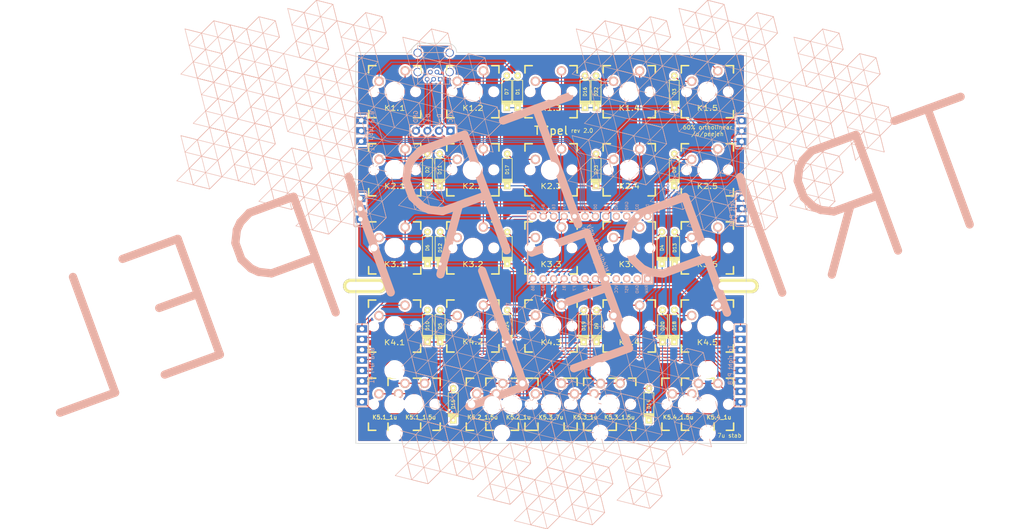
<source format=kicad_pcb>
(kicad_pcb (version 20171130) (host pcbnew "(5.1.4-0-10_14)")
  (layers (0 F.Cu signal) (31 B.Cu signal) (34 B.Paste user) (35 F.Paste user) (36 B.SilkS user) (37 F.SilkS user) (38 B.Mask user) (39 F.Mask user) (44 Edge.Cuts user))
  (net 0 "")
  (net 1 "Net-(D1-Pad1)")
  (net 2 "Net-(D1-Pad2)")
  (net 3 "Net-(D2-Pad2)")
  (net 4 "Net-(D3-Pad2)")
  (net 5 "Net-(D4-Pad2)")
  (net 6 "Net-(D10-Pad1)")
  (net 7 "Net-(D5-Pad2)")
  (net 8 "Net-(D6-Pad2)")
  (net 9 "Net-(D7-Pad2)")
  (net 10 "Net-(D8-Pad2)")
  (net 11 "Net-(D9-Pad2)")
  (net 12 "Net-(D10-Pad2)")
  (net 13 "Net-(D11-Pad2)")
  (net 14 "Net-(D12-Pad2)")
  (net 15 "Net-(D13-Pad2)")
  (net 16 "Net-(D14-Pad2)")
  (net 17 "Net-(D15-Pad2)")
  (net 18 "Net-(D16-Pad2)")
  (net 19 "Net-(D17-Pad2)")
  (net 20 "Net-(D18-Pad2)")
  (net 21 "Net-(D19-Pad2)")
  (net 22 "Net-(U1-Pad3)")
  (net 23 "Net-(U1-Pad4)")
  (net 24 "Net-(U1-Pad1)")
  (net 25 "Net-(U1-Pad2)")
  (net 26 "Net-(U1-Pad16)")
  (net 27 "Net-(U1-Pad15)")
  (net 28 "Net-(D11-Pad1)")
  (net 29 "Net-(D21-Pad2)")
  (net 30 "Net-(D22-Pad2)")
  (net 31 "Net-(D23-Pad2)")
  (net 32 "Net-(D24-Pad2)")
  (net 33 "Net-(J1-Pad1)")
  (net 34 "Net-(J1-Pad3)")
  (net 35 "Net-(J1-Pad2)")
  (net 36 "Net-(J1-Pad5)")
  (net 37 "Net-(J1-Pad4)")
  (net 38 "Net-(J1-Pad6)")
  (net 39 "Net-(J1-Pad7)")
  (net 40 "Net-(J1-Pad8)")
  (net 41 "Net-(J2-Pad2)")
  (net 42 "Net-(J2-Pad3)")
  (net 43 "Net-(J2-Pad1)")
  (net 44 "Net-(J3-Pad1)")
  (net 45 "Net-(J3-Pad3)")
  (net 46 "Net-(J3-Pad2)")
  (net 47 "Net-(U1-Pad5)")
  (net 48 "Net-(J6-Pad1)")
  (net 49 "Net-(J6-Pad2)")
  (net 50 "Net-(J6-Pad3)")
  (net 51 "Net-(J6-Pad4)")
  (net 52 "Net-(J6-Pad5)")
  (net 53 "Net-(D20-Pad2)")
  (module keyboard:Tripel (layer B.Cu) (at 151.4375 126.16875)
    (fp_text reference REF** hide)
    (fp_text value Tripel hide)
  )
  (module keyboard:Tripel (layer B.Cu) (at 98.25625 54.334375)
    (fp_text reference REF** hide)
    (fp_text value Tripel hide)
  )
  (module keyboard:Tripel (layer B.Cu) (at 193.50625 54.334375)
    (fp_text reference REF** hide)
    (fp_text value Tripel hide)
  )
  (module keyboard:MX_PCB_200H (layer F.Cu) (at 159.375 123.7875)
    (fp_text reference K5.3_7u (at 0 3.175) (layer F.SilkS) (effects (font (thickness 0.2))))
    (fp_text value KEYSW hide)
    (pad HOLE np_thru_hole circle (at -11.938 -8.255 180) (size 3.9878 3.9878) (drill 3.9878) (layers *.Cu))
    (pad HOLE np_thru_hole circle (at 11.938 -8.255 180) (size 3.9878 3.9878) (drill 3.9878) (layers *.Cu))
    (pad HOLE np_thru_hole circle (at -11.938 6.985 180) (size 3.048 3.048) (drill 3.048) (layers *.Cu))
    (pad HOLE np_thru_hole circle (at 11.938 6.985 180) (size 3.048 3.048) (drill 3.048) (layers *.Cu))
    (pad HOLE np_thru_hole circle (at 5.08 0) (size 1.7018 1.7018) (drill 1.7018) (layers *.Cu))
    (pad HOLE np_thru_hole circle (at -5.08 0) (size 1.7018 1.7018) (drill 1.7018) (layers *.Cu))
    (pad HOLE np_thru_hole circle (at 0 0) (size 3.9878 3.9878) (drill 3.9878) (layers *.Cu))
    (pad 2 thru_hole circle (at -3.81 -2.54) (size 2.286 2.286) (drill 1.4986) (layers *.Cu *.SilkS *.Mask) (net 16 "Net-(D14-Pad2)"))
    (pad 1 thru_hole circle (at 2.54 -5.08) (size 2.286 2.286) (drill 1.4986) (layers *.Cu *.SilkS *.Mask) (net 35 "Net-(J1-Pad2)"))
  )
  (module keyboard:MX (layer F.Cu) (at 121.3125 66.65625)
    (fp_text reference K2.1 (at 0 4) (layer F.SilkS) (effects (font (size 1.27 1.524) (thickness 0.2032))))
    (fp_text value KEYSW hide)
    (pad "" np_thru_hole circle (at 5.08 0) (size 1.7018 1.7018) (drill 1.7018) (layers *.Cu *.Mask))
    (pad "" np_thru_hole circle (at -5.08 0) (size 1.7018 1.7018) (drill 1.7018) (layers *.Cu *.Mask))
    (pad HOLE np_thru_hole circle (at 0 0) (size 3.9878 3.9878) (drill 3.9878) (layers *.Cu))
    (pad 2 thru_hole circle (at -3.81 -2.54) (size 2.286 2.286) (drill 1.4986) (layers *.Cu *.SilkS *.Mask) (net 3 "Net-(D2-Pad2)"))
    (pad 1 thru_hole circle (at 2.54 -5.08) (size 2.286 2.286) (drill 1.4986) (layers *.Cu *.SilkS *.Mask) (net 40 "Net-(J1-Pad8)"))
  )
  (module keyboard:CONNECTOR_3 (layer B.Cu) (at 112.940625 76.1625 90)
    (fp_text reference J8 hide)
    (fp_text value "Right Rows" hide)
    (pad 1 thru_hole rect (at -2.54 0 90) (size 1.7526 2.5) (drill 1.0922) (layers *.Cu *.Mask) (net 6 "Net-(D10-Pad1)") (clearance 0.1))
    (pad 3 thru_hole rect (at 2.54 0 90) (size 1.7526 2.5) (drill 1.0922) (layers *.Cu *.Mask) (net 1 "Net-(D1-Pad1)") (clearance 0.1))
    (pad 2 thru_hole rect (at 0 0 90) (size 1.7526 2.5) (drill 1.0922) (layers *.Cu *.Mask) (net 28 "Net-(D11-Pad1)") (clearance 0.1))
  )
  (module keyboard:CONNECTOR_3 (layer B.Cu) (at 205.857 76.099 270)
    (fp_text reference J2 hide)
    (fp_text value "Left Rows" hide)
    (pad 1 thru_hole rect (at -2.54 0 270) (size 1.7526 2.5) (drill 1.0922) (layers *.Cu *.Mask) (net 43 "Net-(J2-Pad1)") (clearance 0.1))
    (pad 3 thru_hole rect (at 2.54 0 270) (size 1.7526 2.5) (drill 1.0922) (layers *.Cu *.Mask) (net 42 "Net-(J2-Pad3)") (clearance 0.1))
    (pad 2 thru_hole rect (at 0 0 270) (size 1.7526 2.5) (drill 1.0922) (layers *.Cu *.Mask) (net 41 "Net-(J2-Pad2)") (clearance 0.1))
  )
  (module keyboard:CONNECTOR_3 (layer B.Cu) (at 113.157 57.15 90)
    (fp_text reference J3 hide)
    (fp_text value "Right Rows" hide)
    (pad 1 thru_hole rect (at -2.54 0 90) (size 1.7526 2.5) (drill 1.0922) (layers *.Cu *.Mask) (net 44 "Net-(J3-Pad1)") (clearance 0.1))
    (pad 3 thru_hole rect (at 2.54 0 90) (size 1.7526 2.5) (drill 1.0922) (layers *.Cu *.Mask) (net 45 "Net-(J3-Pad3)") (clearance 0.1))
    (pad 2 thru_hole rect (at 0 0 90) (size 1.7526 2.5) (drill 1.0922) (layers *.Cu *.Mask) (net 46 "Net-(J3-Pad2)") (clearance 0.1))
  )
  (module keyboard:CONNECTOR_3 (layer B.Cu) (at 205.78125 57.206 90)
    (fp_text reference J5 hide)
    (fp_text value "Left Rows" hide)
    (pad 1 thru_hole rect (at -2.54 0 90) (size 1.7526 2.5) (drill 1.0922) (layers *.Cu *.Mask) (net 1 "Net-(D1-Pad1)") (clearance 0.1))
    (pad 3 thru_hole rect (at 2.54 0 90) (size 1.7526 2.5) (drill 1.0922) (layers *.Cu *.Mask) (net 6 "Net-(D10-Pad1)") (clearance 0.1))
    (pad 2 thru_hole rect (at 0 0 90) (size 1.7526 2.5) (drill 1.0922) (layers *.Cu *.Mask) (net 28 "Net-(D11-Pad1)") (clearance 0.1))
  )
  (module footprints:Mounting_M2 (layer F.Cu) (at 204.61875 94.96875)
    (fp_text reference REF** hide)
    (fp_text value "Mounting M2")
    (pad 1 thru_hole oval (at 0 0) (size 10.6 3.5) (drill oval 9 2) (layers *.Cu *.Mask F.SilkS))
  )
  (module MountingHole:MountingHole_3mm (layer F.Cu) (at 121.275 130.7725)
    (fp_text reference REF** hide)
    (fp_text value MountingHole_3mm)
    (pad "" np_thru_hole circle (at 0 0) (size 3.048 3.048) (drill 3.048) (layers *.Cu))
  )
  (module MountingHole:MountingHole_3mm (layer F.Cu) (at 121.275 115.5325)
    (fp_text reference REF** hide)
    (fp_text value MountingHole_3mm)
    (pad "" np_thru_hole circle (at 0 0) (size 3.9878 3.9878) (drill 3.9878) (layers *.Cu))
  )
  (module keyboard:MX_PCB_150H (layer F.Cu) (at 145.0875 123.7875)
    (fp_text reference K5.2_1.5u (at -2.38125 3.175) (layer F.SilkS) (effects (font (thickness 0.2))))
    (fp_text value KEYSW hide)
    (pad HOLE np_thru_hole circle (at 5.08 0) (size 1.8 1.8) (drill 1.8) (layers *.Cu))
    (pad HOLE np_thru_hole circle (at -5.08 0) (size 1.8 1.8) (drill 1.8) (layers *.Cu))
    (pad HOLE np_thru_hole circle (at 0 0) (size 3.9878 3.9878) (drill 3.9878) (layers *.Cu))
    (pad 2 thru_hole circle (at -3.81 -2.54) (size 2.286 2.286) (drill 1.4986) (layers *.Cu *.SilkS *.Mask) (net 21 "Net-(D19-Pad2)"))
    (pad 1 thru_hole circle (at 2.54 -5.08) (size 2.286 2.286) (drill 1.4986) (layers *.Cu *.SilkS *.Mask) (net 33 "Net-(J1-Pad1)"))
  )
  (module keyboard:MX_PCB_150H (layer F.Cu) (at 192.7125 123.7875)
    (fp_text reference K5.4_1.5u (at -2.38125 3.175) (layer F.SilkS) (effects (font (thickness 0.2))))
    (fp_text value KEYSW hide)
    (pad HOLE np_thru_hole circle (at 5.08 0) (size 1.8 1.8) (drill 1.8) (layers *.Cu))
    (pad HOLE np_thru_hole circle (at -5.08 0) (size 1.8 1.8) (drill 1.8) (layers *.Cu))
    (pad HOLE np_thru_hole circle (at 0 0) (size 3.9878 3.9878) (drill 3.9878) (layers *.Cu))
    (pad 2 thru_hole circle (at -3.81 -2.54) (size 2.286 2.286) (drill 1.4986) (layers *.Cu *.SilkS *.Mask) (net 53 "Net-(D20-Pad2)"))
    (pad 1 thru_hole circle (at 2.54 -5.08) (size 2.286 2.286) (drill 1.4986) (layers *.Cu *.SilkS *.Mask) (net 33 "Net-(J1-Pad1)"))
  )
  (module keyboard:MX_PCB_150H (layer F.Cu) (at 126.0375 123.7875)
    (fp_text reference K5.1_1.5u (at 1.5875 3.175) (layer F.SilkS) (effects (font (thickness 0.2))))
    (fp_text value KEYSW hide)
    (pad HOLE np_thru_hole circle (at 5.08 0) (size 1.8 1.8) (drill 1.8) (layers *.Cu))
    (pad HOLE np_thru_hole circle (at -5.08 0) (size 1.8 1.8) (drill 1.8) (layers *.Cu))
    (pad HOLE np_thru_hole circle (at 0 0) (size 3.9878 3.9878) (drill 3.9878) (layers *.Cu))
    (pad 2 thru_hole circle (at -3.81 -2.54) (size 2.286 2.286) (drill 1.4986) (layers *.Cu *.SilkS *.Mask) (net 17 "Net-(D15-Pad2)"))
    (pad 1 thru_hole circle (at 2.54 -5.08) (size 2.286 2.286) (drill 1.4986) (layers *.Cu *.SilkS *.Mask) (net 35 "Net-(J1-Pad2)"))
  )
  (module keyboard:MX_PCB_150H (layer F.Cu) (at 173.6625 123.7875)
    (fp_text reference K5.3_1.5u (at 2.38125 3.175) (layer F.SilkS) (effects (font (thickness 0.2))))
    (fp_text value KEYSW hide)
    (pad HOLE np_thru_hole circle (at 5.08 0) (size 1.8 1.8) (drill 1.8) (layers *.Cu))
    (pad HOLE np_thru_hole circle (at -5.08 0) (size 1.8 1.8) (drill 1.8) (layers *.Cu))
    (pad HOLE np_thru_hole circle (at 0 0) (size 3.9878 3.9878) (drill 3.9878) (layers *.Cu))
    (pad 2 thru_hole circle (at -3.81 -2.54) (size 2.286 2.286) (drill 1.4986) (layers *.Cu *.SilkS *.Mask) (net 16 "Net-(D14-Pad2)"))
    (pad 1 thru_hole circle (at 2.54 -5.08) (size 2.286 2.286) (drill 1.4986) (layers *.Cu *.SilkS *.Mask) (net 35 "Net-(J1-Pad2)"))
  )
  (module keyboard:MX (layer F.Cu) (at 197.475 123.7875)
    (fp_text reference K5.4_1u (at 2.778125 3.175) (layer F.SilkS) (effects (font (thickness 0.2032))))
    (fp_text value KEYSW hide)
    (pad "" np_thru_hole circle (at 5.08 0) (size 1.7018 1.7018) (drill 1.7018) (layers *.Cu *.Mask))
    (pad "" np_thru_hole circle (at -5.08 0) (size 1.7018 1.7018) (drill 1.7018) (layers *.Cu *.Mask))
    (pad HOLE np_thru_hole circle (at 0 0) (size 3.9878 3.9878) (drill 3.9878) (layers *.Cu))
    (pad 2 thru_hole circle (at -3.81 -2.54) (size 2.286 2.286) (drill 1.4986) (layers *.Cu *.SilkS *.Mask) (net 53 "Net-(D20-Pad2)"))
    (pad 1 thru_hole circle (at 2.54 -5.08) (size 2.286 2.286) (drill 1.4986) (layers *.Cu *.SilkS *.Mask) (net 33 "Net-(J1-Pad1)"))
  )
  (module keyboard:MX (layer F.Cu) (at 197.4375 47.625)
    (fp_text reference K1.5 (at 0 4) (layer F.SilkS) (effects (font (size 1.27 1.524) (thickness 0.2032))))
    (fp_text value KEYSW hide)
    (pad "" np_thru_hole circle (at 5.08 0) (size 1.7018 1.7018) (drill 1.7018) (layers *.Cu *.Mask))
    (pad "" np_thru_hole circle (at -5.08 0) (size 1.7018 1.7018) (drill 1.7018) (layers *.Cu *.Mask))
    (pad HOLE np_thru_hole circle (at 0 0) (size 3.9878 3.9878) (drill 3.9878) (layers *.Cu))
    (pad 2 thru_hole circle (at -3.81 -2.54) (size 2.286 2.286) (drill 1.4986) (layers *.Cu *.SilkS *.Mask) (net 4 "Net-(D3-Pad2)"))
    (pad 1 thru_hole circle (at 2.54 -5.08) (size 2.286 2.286) (drill 1.4986) (layers *.Cu *.SilkS *.Mask) (net 37 "Net-(J1-Pad4)"))
  )
  (module keyboard:MX (layer F.Cu) (at 178.40625 47.625)
    (fp_text reference K1.4 (at 0 4) (layer F.SilkS) (effects (font (size 1.27 1.524) (thickness 0.2032))))
    (fp_text value KEYSW hide)
    (pad "" np_thru_hole circle (at 5.08 0) (size 1.7018 1.7018) (drill 1.7018) (layers *.Cu *.Mask))
    (pad "" np_thru_hole circle (at -5.08 0) (size 1.7018 1.7018) (drill 1.7018) (layers *.Cu *.Mask))
    (pad HOLE np_thru_hole circle (at 0 0) (size 3.9878 3.9878) (drill 3.9878) (layers *.Cu))
    (pad 2 thru_hole circle (at -3.81 -2.54) (size 2.286 2.286) (drill 1.4986) (layers *.Cu *.SilkS *.Mask) (net 30 "Net-(D22-Pad2)"))
    (pad 1 thru_hole circle (at 2.54 -5.08) (size 2.286 2.286) (drill 1.4986) (layers *.Cu *.SilkS *.Mask) (net 36 "Net-(J1-Pad5)"))
  )
  (module keyboard:MX (layer F.Cu) (at 159.375 47.625)
    (fp_text reference K1.3 (at 0 4) (layer F.SilkS) (effects (font (size 1.27 1.524) (thickness 0.2032))))
    (fp_text value KEYSW hide)
    (pad "" np_thru_hole circle (at 5.08 0) (size 1.7018 1.7018) (drill 1.7018) (layers *.Cu *.Mask))
    (pad "" np_thru_hole circle (at -5.08 0) (size 1.7018 1.7018) (drill 1.7018) (layers *.Cu *.Mask))
    (pad HOLE np_thru_hole circle (at 0 0) (size 3.9878 3.9878) (drill 3.9878) (layers *.Cu))
    (pad 2 thru_hole circle (at -3.81 -2.54) (size 2.286 2.286) (drill 1.4986) (layers *.Cu *.SilkS *.Mask) (net 18 "Net-(D16-Pad2)"))
    (pad 1 thru_hole circle (at 2.54 -5.08) (size 2.286 2.286) (drill 1.4986) (layers *.Cu *.SilkS *.Mask) (net 38 "Net-(J1-Pad6)"))
  )
  (module keyboard:MX (layer F.Cu) (at 140.34375 47.625)
    (fp_text reference K1.2 (at 0 4) (layer F.SilkS) (effects (font (size 1.27 1.524) (thickness 0.2032))))
    (fp_text value KEYSW hide)
    (pad "" np_thru_hole circle (at 5.08 0) (size 1.7018 1.7018) (drill 1.7018) (layers *.Cu *.Mask))
    (pad "" np_thru_hole circle (at -5.08 0) (size 1.7018 1.7018) (drill 1.7018) (layers *.Cu *.Mask))
    (pad HOLE np_thru_hole circle (at 0 0) (size 3.9878 3.9878) (drill 3.9878) (layers *.Cu))
    (pad 2 thru_hole circle (at -3.81 -2.54) (size 2.286 2.286) (drill 1.4986) (layers *.Cu *.SilkS *.Mask) (net 9 "Net-(D7-Pad2)"))
    (pad 1 thru_hole circle (at 2.54 -5.08) (size 2.286 2.286) (drill 1.4986) (layers *.Cu *.SilkS *.Mask) (net 39 "Net-(J1-Pad7)"))
  )
  (module keyboard:MX (layer F.Cu) (at 121.3125 47.625)
    (fp_text reference K1.1 (at 0 4) (layer F.SilkS) (effects (font (size 1.27 1.524) (thickness 0.2032))))
    (fp_text value KEYSW hide)
    (pad "" np_thru_hole circle (at 5.08 0) (size 1.7018 1.7018) (drill 1.7018) (layers *.Cu *.Mask))
    (pad "" np_thru_hole circle (at -5.08 0) (size 1.7018 1.7018) (drill 1.7018) (layers *.Cu *.Mask))
    (pad HOLE np_thru_hole circle (at 0 0) (size 3.9878 3.9878) (drill 3.9878) (layers *.Cu))
    (pad 2 thru_hole circle (at -3.81 -2.54) (size 2.286 2.286) (drill 1.4986) (layers *.Cu *.SilkS *.Mask) (net 2 "Net-(D1-Pad2)"))
    (pad 1 thru_hole circle (at 2.54 -5.08) (size 2.286 2.286) (drill 1.4986) (layers *.Cu *.SilkS *.Mask) (net 40 "Net-(J1-Pad8)"))
  )
  (module keyboard:MX (layer F.Cu) (at 197.4375 66.65625)
    (fp_text reference K2.5 (at 0 4) (layer F.SilkS) (effects (font (size 1.27 1.524) (thickness 0.2032))))
    (fp_text value KEYSW hide)
    (pad "" np_thru_hole circle (at 5.08 0) (size 1.7018 1.7018) (drill 1.7018) (layers *.Cu *.Mask))
    (pad "" np_thru_hole circle (at -5.08 0) (size 1.7018 1.7018) (drill 1.7018) (layers *.Cu *.Mask))
    (pad HOLE np_thru_hole circle (at 0 0) (size 3.9878 3.9878) (drill 3.9878) (layers *.Cu))
    (pad 2 thru_hole circle (at -3.81 -2.54) (size 2.286 2.286) (drill 1.4986) (layers *.Cu *.SilkS *.Mask) (net 10 "Net-(D8-Pad2)"))
    (pad 1 thru_hole circle (at 2.54 -5.08) (size 2.286 2.286) (drill 1.4986) (layers *.Cu *.SilkS *.Mask) (net 34 "Net-(J1-Pad3)"))
  )
  (module keyboard:MX (layer F.Cu) (at 140.34375 66.65625)
    (fp_text reference K2.2 (at 0 4) (layer F.SilkS) (effects (font (size 1.27 1.524) (thickness 0.2032))))
    (fp_text value KEYSW hide)
    (pad "" np_thru_hole circle (at 5.08 0) (size 1.7018 1.7018) (drill 1.7018) (layers *.Cu *.Mask))
    (pad "" np_thru_hole circle (at -5.08 0) (size 1.7018 1.7018) (drill 1.7018) (layers *.Cu *.Mask))
    (pad HOLE np_thru_hole circle (at 0 0) (size 3.9878 3.9878) (drill 3.9878) (layers *.Cu))
    (pad 2 thru_hole circle (at -3.81 -2.54) (size 2.286 2.286) (drill 1.4986) (layers *.Cu *.SilkS *.Mask) (net 13 "Net-(D11-Pad2)"))
    (pad 1 thru_hole circle (at 2.54 -5.08) (size 2.286 2.286) (drill 1.4986) (layers *.Cu *.SilkS *.Mask) (net 39 "Net-(J1-Pad7)"))
  )
  (module keyboard:MX (layer F.Cu) (at 178.40625 66.65625)
    (fp_text reference K2.4 (at 0 4) (layer F.SilkS) (effects (font (size 1.27 1.524) (thickness 0.2032))))
    (fp_text value KEYSW hide)
    (pad "" np_thru_hole circle (at 5.08 0) (size 1.7018 1.7018) (drill 1.7018) (layers *.Cu *.Mask))
    (pad "" np_thru_hole circle (at -5.08 0) (size 1.7018 1.7018) (drill 1.7018) (layers *.Cu *.Mask))
    (pad HOLE np_thru_hole circle (at 0 0) (size 3.9878 3.9878) (drill 3.9878) (layers *.Cu))
    (pad 2 thru_hole circle (at -3.81 -2.54) (size 2.286 2.286) (drill 1.4986) (layers *.Cu *.SilkS *.Mask) (net 31 "Net-(D23-Pad2)"))
    (pad 1 thru_hole circle (at 2.54 -5.08) (size 2.286 2.286) (drill 1.4986) (layers *.Cu *.SilkS *.Mask) (net 36 "Net-(J1-Pad5)"))
  )
  (module keyboard:MX (layer F.Cu) (at 159.375 66.65625)
    (fp_text reference K2.3 (at 0 4) (layer F.SilkS) (effects (font (size 1.27 1.524) (thickness 0.2032))))
    (fp_text value KEYSW hide)
    (pad "" np_thru_hole circle (at 5.08 0) (size 1.7018 1.7018) (drill 1.7018) (layers *.Cu *.Mask))
    (pad "" np_thru_hole circle (at -5.08 0) (size 1.7018 1.7018) (drill 1.7018) (layers *.Cu *.Mask))
    (pad HOLE np_thru_hole circle (at 0 0) (size 3.9878 3.9878) (drill 3.9878) (layers *.Cu))
    (pad 2 thru_hole circle (at -3.81 -2.54) (size 2.286 2.286) (drill 1.4986) (layers *.Cu *.SilkS *.Mask) (net 19 "Net-(D17-Pad2)"))
    (pad 1 thru_hole circle (at 2.54 -5.08) (size 2.286 2.286) (drill 1.4986) (layers *.Cu *.SilkS *.Mask) (net 38 "Net-(J1-Pad6)"))
  )
  (module keyboard:MX (layer F.Cu) (at 197.4375 85.6875)
    (fp_text reference K3.5 (at 0 4) (layer F.SilkS) (effects (font (size 1.27 1.524) (thickness 0.2032))))
    (fp_text value KEYSW hide)
    (pad "" np_thru_hole circle (at 5.08 0) (size 1.7018 1.7018) (drill 1.7018) (layers *.Cu *.Mask))
    (pad "" np_thru_hole circle (at -5.08 0) (size 1.7018 1.7018) (drill 1.7018) (layers *.Cu *.Mask))
    (pad HOLE np_thru_hole circle (at 0 0) (size 3.9878 3.9878) (drill 3.9878) (layers *.Cu))
    (pad 2 thru_hole circle (at -3.81 -2.54) (size 2.286 2.286) (drill 1.4986) (layers *.Cu *.SilkS *.Mask) (net 15 "Net-(D13-Pad2)"))
    (pad 1 thru_hole circle (at 2.54 -5.08) (size 2.286 2.286) (drill 1.4986) (layers *.Cu *.SilkS *.Mask) (net 35 "Net-(J1-Pad2)"))
  )
  (module keyboard:MX (layer F.Cu) (at 178.40625 85.6875)
    (fp_text reference K3.4 (at 0 4) (layer F.SilkS) (effects (font (size 1.27 1.524) (thickness 0.2032))))
    (fp_text value KEYSW hide)
    (pad "" np_thru_hole circle (at 5.08 0) (size 1.7018 1.7018) (drill 1.7018) (layers *.Cu *.Mask))
    (pad "" np_thru_hole circle (at -5.08 0) (size 1.7018 1.7018) (drill 1.7018) (layers *.Cu *.Mask))
    (pad HOLE np_thru_hole circle (at 0 0) (size 3.9878 3.9878) (drill 3.9878) (layers *.Cu))
    (pad 2 thru_hole circle (at -3.81 -2.54) (size 2.286 2.286) (drill 1.4986) (layers *.Cu *.SilkS *.Mask) (net 5 "Net-(D4-Pad2)"))
    (pad 1 thru_hole circle (at 2.54 -5.08) (size 2.286 2.286) (drill 1.4986) (layers *.Cu *.SilkS *.Mask) (net 37 "Net-(J1-Pad4)"))
  )
  (module keyboard:MX (layer F.Cu) (at 121.3125 85.6875)
    (fp_text reference K3.1 (at 0 4) (layer F.SilkS) (effects (font (size 1.27 1.524) (thickness 0.2032))))
    (fp_text value KEYSW hide)
    (pad "" np_thru_hole circle (at 5.08 0) (size 1.7018 1.7018) (drill 1.7018) (layers *.Cu *.Mask))
    (pad "" np_thru_hole circle (at -5.08 0) (size 1.7018 1.7018) (drill 1.7018) (layers *.Cu *.Mask))
    (pad HOLE np_thru_hole circle (at 0 0) (size 3.9878 3.9878) (drill 3.9878) (layers *.Cu))
    (pad 2 thru_hole circle (at -3.81 -2.54) (size 2.286 2.286) (drill 1.4986) (layers *.Cu *.SilkS *.Mask) (net 8 "Net-(D6-Pad2)"))
    (pad 1 thru_hole circle (at 2.54 -5.08) (size 2.286 2.286) (drill 1.4986) (layers *.Cu *.SilkS *.Mask) (net 40 "Net-(J1-Pad8)"))
  )
  (module keyboard:MX (layer F.Cu) (at 140.34375 85.6875)
    (fp_text reference K3.2 (at 0 4) (layer F.SilkS) (effects (font (size 1.27 1.524) (thickness 0.2032))))
    (fp_text value KEYSW hide)
    (pad "" np_thru_hole circle (at 5.08 0) (size 1.7018 1.7018) (drill 1.7018) (layers *.Cu *.Mask))
    (pad "" np_thru_hole circle (at -5.08 0) (size 1.7018 1.7018) (drill 1.7018) (layers *.Cu *.Mask))
    (pad HOLE np_thru_hole circle (at 0 0) (size 3.9878 3.9878) (drill 3.9878) (layers *.Cu))
    (pad 2 thru_hole circle (at -3.81 -2.54) (size 2.286 2.286) (drill 1.4986) (layers *.Cu *.SilkS *.Mask) (net 14 "Net-(D12-Pad2)"))
    (pad 1 thru_hole circle (at 2.54 -5.08) (size 2.286 2.286) (drill 1.4986) (layers *.Cu *.SilkS *.Mask) (net 39 "Net-(J1-Pad7)"))
  )
  (module keyboard:MX (layer F.Cu) (at 159.375 85.6875)
    (fp_text reference K3.3 (at 0 4) (layer F.SilkS) (effects (font (size 1.27 1.524) (thickness 0.2032))))
    (fp_text value KEYSW hide)
    (pad "" np_thru_hole circle (at 5.08 0) (size 1.7018 1.7018) (drill 1.7018) (layers *.Cu *.Mask))
    (pad "" np_thru_hole circle (at -5.08 0) (size 1.7018 1.7018) (drill 1.7018) (layers *.Cu *.Mask))
    (pad HOLE np_thru_hole circle (at 0 0) (size 3.9878 3.9878) (drill 3.9878) (layers *.Cu))
    (pad 2 thru_hole circle (at -3.81 -2.54) (size 2.286 2.286) (drill 1.4986) (layers *.Cu *.SilkS *.Mask) (net 29 "Net-(D21-Pad2)"))
    (pad 1 thru_hole circle (at 2.54 -5.08) (size 2.286 2.286) (drill 1.4986) (layers *.Cu *.SilkS *.Mask) (net 38 "Net-(J1-Pad6)"))
  )
  (module keyboard:MX (layer F.Cu) (at 140.34375 104.71875)
    (fp_text reference K4.2 (at -0.01875 3.82875) (layer F.SilkS) (effects (font (size 1.27 1.524) (thickness 0.2032))))
    (fp_text value KEYSW hide)
    (pad "" np_thru_hole circle (at 5.08 0) (size 1.7018 1.7018) (drill 1.7018) (layers *.Cu *.Mask))
    (pad "" np_thru_hole circle (at -5.08 0) (size 1.7018 1.7018) (drill 1.7018) (layers *.Cu *.Mask))
    (pad HOLE np_thru_hole circle (at 0 0) (size 3.9878 3.9878) (drill 3.9878) (layers *.Cu))
    (pad 2 thru_hole circle (at -3.81 -2.54) (size 2.286 2.286) (drill 1.4986) (layers *.Cu *.SilkS *.Mask) (net 7 "Net-(D5-Pad2)"))
    (pad 1 thru_hole circle (at 2.54 -5.08) (size 2.286 2.286) (drill 1.4986) (layers *.Cu *.SilkS *.Mask) (net 37 "Net-(J1-Pad4)"))
  )
  (module keyboard:MX (layer F.Cu) (at 121.275 104.7375)
    (fp_text reference K4.1 (at 0 4) (layer F.SilkS) (effects (font (size 1.27 1.524) (thickness 0.2032))))
    (fp_text value KEYSW hide)
    (pad "" np_thru_hole circle (at 5.08 0) (size 1.7018 1.7018) (drill 1.7018) (layers *.Cu *.Mask))
    (pad "" np_thru_hole circle (at -5.08 0) (size 1.7018 1.7018) (drill 1.7018) (layers *.Cu *.Mask))
    (pad HOLE np_thru_hole circle (at 0 0) (size 3.9878 3.9878) (drill 3.9878) (layers *.Cu))
    (pad 2 thru_hole circle (at -3.81 -2.54) (size 2.286 2.286) (drill 1.4986) (layers *.Cu *.SilkS *.Mask) (net 12 "Net-(D10-Pad2)"))
    (pad 1 thru_hole circle (at 2.54 -5.08) (size 2.286 2.286) (drill 1.4986) (layers *.Cu *.SilkS *.Mask) (net 34 "Net-(J1-Pad3)"))
  )
  (module keyboard:MX (layer F.Cu) (at 178.40625 104.71875)
    (fp_text reference K4.4 (at 0 4) (layer F.SilkS) (effects (font (size 1.27 1.524) (thickness 0.2032))))
    (fp_text value KEYSW hide)
    (pad "" np_thru_hole circle (at 5.08 0) (size 1.7018 1.7018) (drill 1.7018) (layers *.Cu *.Mask))
    (pad "" np_thru_hole circle (at -5.08 0) (size 1.7018 1.7018) (drill 1.7018) (layers *.Cu *.Mask))
    (pad HOLE np_thru_hole circle (at 0 0) (size 3.9878 3.9878) (drill 3.9878) (layers *.Cu))
    (pad 2 thru_hole circle (at -3.81 -2.54) (size 2.286 2.286) (drill 1.4986) (layers *.Cu *.SilkS *.Mask) (net 11 "Net-(D9-Pad2)"))
    (pad 1 thru_hole circle (at 2.54 -5.08) (size 2.286 2.286) (drill 1.4986) (layers *.Cu *.SilkS *.Mask) (net 34 "Net-(J1-Pad3)"))
  )
  (module keyboard:MX (layer F.Cu) (at 159.375 104.71875)
    (fp_text reference K4.3 (at 0 4) (layer F.SilkS) (effects (font (size 1.27 1.524) (thickness 0.2032))))
    (fp_text value KEYSW hide)
    (pad "" np_thru_hole circle (at 5.08 0) (size 1.7018 1.7018) (drill 1.7018) (layers *.Cu *.Mask))
    (pad "" np_thru_hole circle (at -5.08 0) (size 1.7018 1.7018) (drill 1.7018) (layers *.Cu *.Mask))
    (pad HOLE np_thru_hole circle (at 0 0) (size 3.9878 3.9878) (drill 3.9878) (layers *.Cu))
    (pad 2 thru_hole circle (at -3.81 -2.54) (size 2.286 2.286) (drill 1.4986) (layers *.Cu *.SilkS *.Mask) (net 32 "Net-(D24-Pad2)"))
    (pad 1 thru_hole circle (at 2.54 -5.08) (size 2.286 2.286) (drill 1.4986) (layers *.Cu *.SilkS *.Mask) (net 36 "Net-(J1-Pad5)"))
  )
  (module keyboard:MX (layer F.Cu) (at 197.4375 104.71875)
    (fp_text reference K4.5 (at 0 4) (layer F.SilkS) (effects (font (size 1.27 1.524) (thickness 0.2032))))
    (fp_text value KEYSW hide)
    (pad "" np_thru_hole circle (at 5.08 0) (size 1.7018 1.7018) (drill 1.7018) (layers *.Cu *.Mask))
    (pad "" np_thru_hole circle (at -5.08 0) (size 1.7018 1.7018) (drill 1.7018) (layers *.Cu *.Mask))
    (pad HOLE np_thru_hole circle (at 0 0) (size 3.9878 3.9878) (drill 3.9878) (layers *.Cu))
    (pad 2 thru_hole circle (at -3.81 -2.54) (size 2.286 2.286) (drill 1.4986) (layers *.Cu *.SilkS *.Mask) (net 20 "Net-(D18-Pad2)"))
    (pad 1 thru_hole circle (at 2.54 -5.08) (size 2.286 2.286) (drill 1.4986) (layers *.Cu *.SilkS *.Mask) (net 33 "Net-(J1-Pad1)"))
  )
  (module keyboard:MX (layer F.Cu) (at 149.85 123.7875)
    (fp_text reference K5.2_1u (at 1.5875 3.175) (layer F.SilkS) (effects (font (thickness 0.2))))
    (fp_text value KEYSW hide)
    (pad "" np_thru_hole circle (at 5.08 0) (size 1.7018 1.7018) (drill 1.7018) (layers *.Cu *.Mask))
    (pad "" np_thru_hole circle (at -5.08 0) (size 1.7018 1.7018) (drill 1.7018) (layers *.Cu *.Mask))
    (pad HOLE np_thru_hole circle (at 0 0) (size 3.9878 3.9878) (drill 3.9878) (layers *.Cu))
    (pad 2 thru_hole circle (at -3.81 -2.54) (size 2.286 2.286) (drill 1.4986) (layers *.Cu *.SilkS *.Mask) (net 21 "Net-(D19-Pad2)"))
    (pad 1 thru_hole circle (at 2.54 -5.08) (size 2.286 2.286) (drill 1.4986) (layers *.Cu *.SilkS *.Mask) (net 33 "Net-(J1-Pad1)"))
  )
  (module keyboard:MX (layer F.Cu) (at 121.275 123.7875)
    (fp_text reference K5.1_1u (at -2.38125 3.175) (layer F.SilkS) (effects (font (thickness 0.2))))
    (fp_text value KEYSW hide)
    (pad "" np_thru_hole circle (at 5.08 0) (size 1.7018 1.7018) (drill 1.7018) (layers *.Cu *.Mask))
    (pad "" np_thru_hole circle (at -5.08 0) (size 1.7018 1.7018) (drill 1.7018) (layers *.Cu *.Mask))
    (pad HOLE np_thru_hole circle (at 0 0) (size 3.9878 3.9878) (drill 3.9878) (layers *.Cu))
    (pad 2 thru_hole circle (at -3.81 -2.54) (size 2.286 2.286) (drill 1.4986) (layers *.Cu *.SilkS *.Mask) (net 17 "Net-(D15-Pad2)"))
    (pad 1 thru_hole circle (at 2.54 -5.08) (size 2.286 2.286) (drill 1.4986) (layers *.Cu *.SilkS *.Mask) (net 35 "Net-(J1-Pad2)"))
  )
  (module keyboard:MX (layer F.Cu) (at 168.9 123.7875)
    (fp_text reference K5.3_1u (at -1.190625 3.175) (layer F.SilkS) (effects (font (thickness 0.2))))
    (fp_text value KEYSW hide)
    (pad "" np_thru_hole circle (at 5.08 0) (size 1.7018 1.7018) (drill 1.7018) (layers *.Cu *.Mask))
    (pad "" np_thru_hole circle (at -5.08 0) (size 1.7018 1.7018) (drill 1.7018) (layers *.Cu *.Mask))
    (pad HOLE np_thru_hole circle (at 0 0) (size 3.9878 3.9878) (drill 3.9878) (layers *.Cu))
    (pad 2 thru_hole circle (at -3.81 -2.54) (size 2.286 2.286) (drill 1.4986) (layers *.Cu *.SilkS *.Mask) (net 16 "Net-(D14-Pad2)"))
    (pad 1 thru_hole circle (at 2.54 -5.08) (size 2.286 2.286) (drill 1.4986) (layers *.Cu *.SilkS *.Mask) (net 35 "Net-(J1-Pad2)"))
  )
  (module keyboard:CONNECTOR_8 (layer B.Cu) (at 113.34375 114.3 90)
    (fp_text reference J1 hide)
    (fp_text value "Left Columns" hide)
    (pad 1 thru_hole rect (at -8.89 0 90) (size 1.7526 2.5) (drill 1.0922) (layers *.Cu *.Mask) (net 33 "Net-(J1-Pad1)") (clearance 0.1))
    (pad 2 thru_hole rect (at -6.35 0 90) (size 1.7526 2.5) (drill 1.0922) (layers *.Cu *.Mask) (net 35 "Net-(J1-Pad2)") (clearance 0.1))
    (pad 3 thru_hole rect (at -3.81 0 90) (size 1.7526 2.5) (drill 1.0922) (layers *.Cu *.Mask) (net 34 "Net-(J1-Pad3)") (clearance 0.1))
    (pad 4 thru_hole rect (at -1.27 0 90) (size 1.7526 2.5) (drill 1.0922) (layers *.Cu *.Mask) (net 37 "Net-(J1-Pad4)") (clearance 0.1))
    (pad 5 thru_hole rect (at 1.27 0 90) (size 1.7526 2.5) (drill 1.0922) (layers *.Cu *.Mask) (net 36 "Net-(J1-Pad5)") (clearance 0.1))
    (pad 6 thru_hole rect (at 3.81 0 90) (size 1.7526 2.5) (drill 1.0922) (layers *.Cu *.Mask) (net 38 "Net-(J1-Pad6)") (clearance 0.1))
    (pad 7 thru_hole rect (at 6.35 0 90) (size 1.7526 2.5) (drill 1.0922) (layers *.Cu *.Mask) (net 39 "Net-(J1-Pad7)") (clearance 0.1))
    (pad 8 thru_hole rect (at 8.89 0 90) (size 1.7526 2.5) (drill 1.0922) (layers *.Cu *.Mask) (net 40 "Net-(J1-Pad8)") (clearance 0.1))
  )
  (module keyboard:CONNECTOR_8 (layer B.Cu) (at 205.5 114.3 90)
    (fp_text reference J4 hide)
    (fp_text value "Right Columns" hide)
    (pad 1 thru_hole rect (at -8.89 0 90) (size 1.7526 2.5) (drill 1.0922) (layers *.Cu *.Mask) (net 33 "Net-(J1-Pad1)") (clearance 0.1))
    (pad 2 thru_hole rect (at -6.35 0 90) (size 1.7526 2.5) (drill 1.0922) (layers *.Cu *.Mask) (net 35 "Net-(J1-Pad2)") (clearance 0.1))
    (pad 3 thru_hole rect (at -3.81 0 90) (size 1.7526 2.5) (drill 1.0922) (layers *.Cu *.Mask) (net 34 "Net-(J1-Pad3)") (clearance 0.1))
    (pad 4 thru_hole rect (at -1.27 0 90) (size 1.7526 2.5) (drill 1.0922) (layers *.Cu *.Mask) (net 37 "Net-(J1-Pad4)") (clearance 0.1))
    (pad 5 thru_hole rect (at 1.27 0 90) (size 1.7526 2.5) (drill 1.0922) (layers *.Cu *.Mask) (net 36 "Net-(J1-Pad5)") (clearance 0.1))
    (pad 6 thru_hole rect (at 3.81 0 90) (size 1.7526 2.5) (drill 1.0922) (layers *.Cu *.Mask) (net 38 "Net-(J1-Pad6)") (clearance 0.1))
    (pad 7 thru_hole rect (at 6.35 0 90) (size 1.7526 2.5) (drill 1.0922) (layers *.Cu *.Mask) (net 39 "Net-(J1-Pad7)") (clearance 0.1))
    (pad 8 thru_hole rect (at 8.89 0 90) (size 1.7526 2.5) (drill 1.0922) (layers *.Cu *.Mask) (net 40 "Net-(J1-Pad8)") (clearance 0.1))
  )
  (module keyboard:USB_Mini-B (layer B.Cu) (at 132.3975 44.577 180)
    (fp_text reference J6 hide)
    (fp_text value USB_mini_micro_B)
    (pad "" thru_hole oval (at 5.5 1.75 180) (size 2 2) (drill 1.6) (layers *.Cu *.Mask))
    (pad "" thru_hole oval (at 5.5 6.45 180) (size 2 2) (drill 1.6) (layers *.Cu *.Mask))
    (pad "" thru_hole oval (at -2.3 6.45 180) (size 2 2) (drill 1.6) (layers *.Cu *.Mask))
    (pad "" thru_hole oval (at -2.3 1.75 180) (size 2 2) (drill 1.6) (layers *.Cu *.Mask))
    (pad 5 thru_hole circle (at 3.2 0 180) (size 1.1 1.1) (drill 0.7) (layers *.Cu *.Mask) (net 52 "Net-(J6-Pad5)"))
    (pad 4 thru_hole circle (at 2.4 1.75 180) (size 1.1 1.1) (drill 0.7) (layers *.Cu *.Mask) (net 51 "Net-(J6-Pad4)"))
    (pad 3 thru_hole circle (at 1.6 0 180) (size 1.1 1.1) (drill 0.7) (layers *.Cu *.Mask) (net 50 "Net-(J6-Pad3)"))
    (pad 2 thru_hole circle (at 0.8 1.75 180) (size 1.1 1.1) (drill 0.7) (layers *.Cu *.Mask) (net 49 "Net-(J6-Pad2)"))
    (pad 1 thru_hole rect (at 0 0 180) (size 1.1 1.1) (drill 0.7) (layers *.Cu *.Mask) (net 48 "Net-(J6-Pad1)"))
  )
  (module MountingHole:MountingHole_3mm (layer F.Cu) (at 197.475 115.5325)
    (fp_text reference REF** hide)
    (fp_text value MountingHole_3mm)
    (pad "" np_thru_hole circle (at 0 0) (size 3.9878 3.9878) (drill 3.9878) (layers *.Cu))
  )
  (module footprints:Mounting_M2 (layer F.Cu) (at 114.036 94.96875)
    (fp_text reference REF** hide)
    (fp_text value "Mounting M2")
    (pad 1 thru_hole oval (at 0 0) (size 10.6 3.5) (drill oval 9 2) (layers *.Cu *.Mask F.SilkS))
  )
  (module MountingHole:MountingHole_3mm (layer F.Cu) (at 197.475 130.7725)
    (fp_text reference REF** hide)
    (fp_text value MountingHole_3mm)
    (pad "" np_thru_hole circle (at 0 0) (size 3.048 3.048) (drill 3.048) (layers *.Cu))
  )
  (module keyboard:CONNECTOR_4 (layer B.Cu) (at 130.683 57.15 180)
    (fp_text reference J7 hide)
    (fp_text value Conn_01x04 hide)
    (fp_text user GND (at 4.244 3.429 270) (layer B.SilkS) (effects (justify mirror)))
    (fp_text user D+ (at 1.244 3.048 270) (layer B.SilkS) (effects (justify mirror)))
    (fp_text user D- (at -1.506 3.048 270) (layer B.SilkS) (effects (justify mirror)))
    (fp_text user VCC (at -4.256 3.429 270) (layer B.SilkS) (effects (justify mirror)))
    (pad 4 thru_hole circle (at 4.194 0 180) (size 2 2) (drill 1.0922) (layers *.Cu *.Mask) (net 52 "Net-(J6-Pad5)") (clearance 0.1))
    (pad 2 thru_hole circle (at -1.406 0 180) (size 2 2) (drill 1.0922) (layers *.Cu *.Mask) (net 49 "Net-(J6-Pad2)") (clearance 0.1))
    (pad 3 thru_hole circle (at 1.394 0 180) (size 2 2) (drill 1.0922) (layers *.Cu *.Mask) (net 50 "Net-(J6-Pad3)") (clearance 0.1))
    (pad 1 thru_hole rect (at -4.206 0 180) (size 2 2) (drill 1.0922) (layers *.Cu *.Mask) (net 48 "Net-(J6-Pad1)") (clearance 0.1))
  )
  (module keyboard:DIODE (layer F.Cu) (at 186.52125 104.7375 90)
    (fp_text reference D20 (at 0 0 90) (layer F.SilkS) (effects (font (size 0.8 0.8))))
    (fp_text value D hide)
    (pad 1 thru_hole rect (at -3.9 0 90) (size 1.6 1.6) (drill 0.7) (layers *.Cu *.Mask F.SilkS) (net 28 "Net-(D11-Pad1)"))
    (pad 2 thru_hole circle (at 3.9 0 90) (size 1.6 1.6) (drill 0.7) (layers *.Cu *.Mask F.SilkS) (net 53 "Net-(D20-Pad2)"))
  )
  (module keyboard:DIODE (layer F.Cu) (at 151.257 47.625 90)
    (fp_text reference D1 (at 0 0 90) (layer F.SilkS) (effects (font (size 0.8 0.8))))
    (fp_text value D hide)
    (pad 1 thru_hole rect (at -3.9 0 90) (size 1.6 1.6) (drill 0.7) (layers *.Cu *.Mask F.SilkS) (net 1 "Net-(D1-Pad1)"))
    (pad 2 thru_hole circle (at 3.9 0 90) (size 1.6 1.6) (drill 0.7) (layers *.Cu *.Mask F.SilkS) (net 2 "Net-(D1-Pad2)"))
  )
  (module keyboard:DIODE (layer F.Cu) (at 129.28125 66.65625 90)
    (fp_text reference D2 (at 0 0 90) (layer F.SilkS) (effects (font (size 0.8 0.8))))
    (fp_text value D hide)
    (pad 1 thru_hole rect (at -3.9 0 90) (size 1.6 1.6) (drill 0.7) (layers *.Cu *.Mask F.SilkS) (net 28 "Net-(D11-Pad1)"))
    (pad 2 thru_hole circle (at 3.9 0 90) (size 1.6 1.6) (drill 0.7) (layers *.Cu *.Mask F.SilkS) (net 3 "Net-(D2-Pad2)"))
  )
  (module keyboard:DIODE (layer F.Cu) (at 189.375 47.625 90)
    (fp_text reference D3 (at 0 0 90) (layer F.SilkS) (effects (font (size 0.8 0.8))))
    (fp_text value D hide)
    (pad 2 thru_hole circle (at 3.9 0 90) (size 1.6 1.6) (drill 0.7) (layers *.Cu *.Mask F.SilkS) (net 4 "Net-(D3-Pad2)"))
    (pad 1 thru_hole rect (at -3.9 0 90) (size 1.6 1.6) (drill 0.7) (layers *.Cu *.Mask F.SilkS) (net 1 "Net-(D1-Pad1)"))
  )
  (module keyboard:DIODE (layer F.Cu) (at 186.375 85.6875 90)
    (fp_text reference D4 (at 0 0 90) (layer F.SilkS) (effects (font (size 0.8 0.8))))
    (fp_text value D hide)
    (pad 2 thru_hole circle (at 3.9 0 90) (size 1.6 1.6) (drill 0.7) (layers *.Cu *.Mask F.SilkS) (net 5 "Net-(D4-Pad2)"))
    (pad 1 thru_hole rect (at -3.9 0 90) (size 1.6 1.6) (drill 0.7) (layers *.Cu *.Mask F.SilkS) (net 28 "Net-(D11-Pad1)"))
  )
  (module keyboard:DIODE (layer F.Cu) (at 132.375 104.71875 90)
    (fp_text reference D5 (at 0 0 90) (layer F.SilkS) (effects (font (size 0.8 0.8))))
    (fp_text value D hide)
    (pad 1 thru_hole rect (at -3.9 0 90) (size 1.6 1.6) (drill 0.7) (layers *.Cu *.Mask F.SilkS) (net 6 "Net-(D10-Pad1)"))
    (pad 2 thru_hole circle (at 3.9 0 90) (size 1.6 1.6) (drill 0.7) (layers *.Cu *.Mask F.SilkS) (net 7 "Net-(D5-Pad2)"))
  )
  (module keyboard:DIODE (layer F.Cu) (at 129.28125 85.6875 90)
    (fp_text reference D6 (at 0 0 90) (layer F.SilkS) (effects (font (size 0.8 0.8))))
    (fp_text value D hide)
    (pad 1 thru_hole rect (at -3.9 0 90) (size 1.6 1.6) (drill 0.7) (layers *.Cu *.Mask F.SilkS) (net 6 "Net-(D10-Pad1)"))
    (pad 2 thru_hole circle (at 3.9 0 90) (size 1.6 1.6) (drill 0.7) (layers *.Cu *.Mask F.SilkS) (net 8 "Net-(D6-Pad2)"))
  )
  (module keyboard:DIODE (layer F.Cu) (at 148.59 47.625 90)
    (fp_text reference D7 (at 0 0 90) (layer F.SilkS) (effects (font (size 0.8 0.8))))
    (fp_text value D hide)
    (pad 1 thru_hole rect (at -3.9 0 90) (size 1.6 1.6) (drill 0.7) (layers *.Cu *.Mask F.SilkS) (net 1 "Net-(D1-Pad1)"))
    (pad 2 thru_hole circle (at 3.9 0 90) (size 1.6 1.6) (drill 0.7) (layers *.Cu *.Mask F.SilkS) (net 9 "Net-(D7-Pad2)"))
  )
  (module keyboard:DIODE (layer F.Cu) (at 189.375 66.65625 90)
    (fp_text reference D8 (at 0 0 90) (layer F.SilkS) (effects (font (size 0.8 0.8))))
    (fp_text value D hide)
    (pad 1 thru_hole rect (at -3.9 0 90) (size 1.6 1.6) (drill 0.7) (layers *.Cu *.Mask F.SilkS) (net 1 "Net-(D1-Pad1)"))
    (pad 2 thru_hole circle (at 3.9 0 90) (size 1.6 1.6) (drill 0.7) (layers *.Cu *.Mask F.SilkS) (net 10 "Net-(D8-Pad2)"))
  )
  (module keyboard:DIODE (layer F.Cu) (at 170.4375 104.71875 90)
    (fp_text reference D9 (at 0 0 90) (layer F.SilkS) (effects (font (size 0.8 0.8))))
    (fp_text value D hide)
    (pad 2 thru_hole circle (at 3.9 0 90) (size 1.6 1.6) (drill 0.7) (layers *.Cu *.Mask F.SilkS) (net 11 "Net-(D9-Pad2)"))
    (pad 1 thru_hole rect (at -3.9 0 90) (size 1.6 1.6) (drill 0.7) (layers *.Cu *.Mask F.SilkS) (net 28 "Net-(D11-Pad1)"))
  )
  (module keyboard:DIODE (layer F.Cu) (at 129.28125 104.71875 90)
    (fp_text reference D10 (at 0 0 90) (layer F.SilkS) (effects (font (size 0.8 0.8))))
    (fp_text value D hide)
    (pad 2 thru_hole circle (at 3.9 0 90) (size 1.6 1.6) (drill 0.7) (layers *.Cu *.Mask F.SilkS) (net 12 "Net-(D10-Pad2)"))
    (pad 1 thru_hole rect (at -3.9 0 90) (size 1.6 1.6) (drill 0.7) (layers *.Cu *.Mask F.SilkS) (net 6 "Net-(D10-Pad1)"))
  )
  (module keyboard:DIODE (layer F.Cu) (at 132.28125 66.65625 90)
    (fp_text reference D11 (at 0 0 90) (layer F.SilkS) (effects (font (size 0.8 0.8))))
    (fp_text value D hide)
    (pad 2 thru_hole circle (at 3.9 0 90) (size 1.6 1.6) (drill 0.7) (layers *.Cu *.Mask F.SilkS) (net 13 "Net-(D11-Pad2)"))
    (pad 1 thru_hole rect (at -3.9 0 90) (size 1.6 1.6) (drill 0.7) (layers *.Cu *.Mask F.SilkS) (net 28 "Net-(D11-Pad1)"))
  )
  (module keyboard:DIODE (layer F.Cu) (at 132.375 85.6875 90)
    (fp_text reference D12 (at 0 0 90) (layer F.SilkS) (effects (font (size 0.8 0.8))))
    (fp_text value D hide)
    (pad 2 thru_hole circle (at 3.9 0 90) (size 1.6 1.6) (drill 0.7) (layers *.Cu *.Mask F.SilkS) (net 14 "Net-(D12-Pad2)"))
    (pad 1 thru_hole rect (at -3.9 0 90) (size 1.6 1.6) (drill 0.7) (layers *.Cu *.Mask F.SilkS) (net 6 "Net-(D10-Pad1)"))
  )
  (module keyboard:DIODE (layer F.Cu) (at 189.46875 85.6875 90)
    (fp_text reference D13 (at 0 0 90) (layer F.SilkS) (effects (font (size 0.8 0.8))))
    (fp_text value D hide)
    (pad 2 thru_hole circle (at 3.9 0 90) (size 1.6 1.6) (drill 0.7) (layers *.Cu *.Mask F.SilkS) (net 15 "Net-(D13-Pad2)"))
    (pad 1 thru_hole rect (at -3.9 0 90) (size 1.6 1.6) (drill 0.7) (layers *.Cu *.Mask F.SilkS) (net 1 "Net-(D1-Pad1)"))
  )
  (module keyboard:DIODE (layer F.Cu) (at 183.1875 123.7875 90)
    (fp_text reference D14 (at 0 0 90) (layer F.SilkS) (effects (font (size 0.8 0.8))))
    (fp_text value D hide)
    (pad 2 thru_hole circle (at 3.9 0 90) (size 1.6 1.6) (drill 0.7) (layers *.Cu *.Mask F.SilkS) (net 16 "Net-(D14-Pad2)"))
    (pad 1 thru_hole rect (at -3.9 0 90) (size 1.6 1.6) (drill 0.7) (layers *.Cu *.Mask F.SilkS) (net 28 "Net-(D11-Pad1)"))
  )
  (module keyboard:DIODE (layer F.Cu) (at 135.5625 123.7875 90)
    (fp_text reference D15 (at 0 0 90) (layer F.SilkS) (effects (font (size 0.8 0.8))))
    (fp_text value D hide)
    (pad 2 thru_hole circle (at 3.9 0 90) (size 1.6 1.6) (drill 0.7) (layers *.Cu *.Mask F.SilkS) (net 17 "Net-(D15-Pad2)"))
    (pad 1 thru_hole rect (at -3.9 0 90) (size 1.6 1.6) (drill 0.7) (layers *.Cu *.Mask F.SilkS) (net 6 "Net-(D10-Pad1)"))
  )
  (module keyboard:DIODE (layer F.Cu) (at 167.64 47.625 90)
    (fp_text reference D16 (at 0 0 90) (layer F.SilkS) (effects (font (size 0.8 0.8))))
    (fp_text value D hide)
    (pad 2 thru_hole circle (at 3.9 0 90) (size 1.6 1.6) (drill 0.7) (layers *.Cu *.Mask F.SilkS) (net 18 "Net-(D16-Pad2)"))
    (pad 1 thru_hole rect (at -3.9 0 90) (size 1.6 1.6) (drill 0.7) (layers *.Cu *.Mask F.SilkS) (net 1 "Net-(D1-Pad1)"))
  )
  (module keyboard:DIODE (layer F.Cu) (at 148.707 66.65625 90)
    (fp_text reference D17 (at 0 0 90) (layer F.SilkS) (effects (font (size 0.8 0.8))))
    (fp_text value D hide)
    (pad 1 thru_hole rect (at -3.9 0 90) (size 1.6 1.6) (drill 0.7) (layers *.Cu *.Mask F.SilkS) (net 28 "Net-(D11-Pad1)"))
    (pad 2 thru_hole circle (at 3.9 0 90) (size 1.6 1.6) (drill 0.7) (layers *.Cu *.Mask F.SilkS) (net 19 "Net-(D17-Pad2)"))
  )
  (module keyboard:DIODE (layer F.Cu) (at 189.375 104.71875 90)
    (fp_text reference D18 (at 0 0 90) (layer F.SilkS) (effects (font (size 0.8 0.8))))
    (fp_text value D hide)
    (pad 1 thru_hole rect (at -3.9 0 90) (size 1.6 1.6) (drill 0.7) (layers *.Cu *.Mask F.SilkS) (net 1 "Net-(D1-Pad1)"))
    (pad 2 thru_hole circle (at 3.9 0 90) (size 1.6 1.6) (drill 0.7) (layers *.Cu *.Mask F.SilkS) (net 20 "Net-(D18-Pad2)"))
  )
  (module keyboard:DIODE (layer F.Cu) (at 167.3125 104.7375 90)
    (fp_text reference D19 (at 0 0 90) (layer F.SilkS) (effects (font (size 0.8 0.8))))
    (fp_text value D hide)
    (pad 1 thru_hole rect (at -3.9 0 90) (size 1.6 1.6) (drill 0.7) (layers *.Cu *.Mask F.SilkS) (net 6 "Net-(D10-Pad1)"))
    (pad 2 thru_hole circle (at 3.9 0 90) (size 1.6 1.6) (drill 0.7) (layers *.Cu *.Mask F.SilkS) (net 21 "Net-(D19-Pad2)"))
  )
  (module keyboard:DIODE (layer F.Cu) (at 148.707 85.6875 90)
    (fp_text reference D21 (at 0 0 90) (layer F.SilkS) (effects (font (size 0.8 0.8))))
    (fp_text value D hide)
    (pad 1 thru_hole rect (at -3.9 0 90) (size 1.6 1.6) (drill 0.7) (layers *.Cu *.Mask F.SilkS) (net 6 "Net-(D10-Pad1)"))
    (pad 2 thru_hole circle (at 3.9 0 90) (size 1.6 1.6) (drill 0.7) (layers *.Cu *.Mask F.SilkS) (net 29 "Net-(D21-Pad2)"))
  )
  (module keyboard:DIODE (layer F.Cu) (at 170.34375 47.625 90)
    (fp_text reference D22 (at 0 0 90) (layer F.SilkS) (effects (font (size 0.8 0.8))))
    (fp_text value D hide)
    (pad 1 thru_hole rect (at -3.9 0 90) (size 1.6 1.6) (drill 0.7) (layers *.Cu *.Mask F.SilkS) (net 1 "Net-(D1-Pad1)"))
    (pad 2 thru_hole circle (at 3.9 0 90) (size 1.6 1.6) (drill 0.7) (layers *.Cu *.Mask F.SilkS) (net 30 "Net-(D22-Pad2)"))
  )
  (module keyboard:DIODE (layer F.Cu) (at 170.34375 66.65625 90)
    (fp_text reference D23 (at 0 0 90) (layer F.SilkS) (effects (font (size 0.8 0.8))))
    (fp_text value D hide)
    (pad 1 thru_hole rect (at -3.9 0 90) (size 1.6 1.6) (drill 0.7) (layers *.Cu *.Mask F.SilkS) (net 28 "Net-(D11-Pad1)"))
    (pad 2 thru_hole circle (at 3.9 0 90) (size 1.6 1.6) (drill 0.7) (layers *.Cu *.Mask F.SilkS) (net 31 "Net-(D23-Pad2)"))
  )
  (module keyboard:DIODE (layer F.Cu) (at 148.707 104.7375 90)
    (fp_text reference D24 (at 0 0 90) (layer F.SilkS) (effects (font (size 0.8 0.8))))
    (fp_text value D hide)
    (pad 2 thru_hole circle (at 3.9 0 90) (size 1.6 1.6) (drill 0.7) (layers *.Cu *.Mask F.SilkS) (net 32 "Net-(D24-Pad2)"))
    (pad 1 thru_hole rect (at -3.9 0 90) (size 1.6 1.6) (drill 0.7) (layers *.Cu *.Mask F.SilkS) (net 6 "Net-(D10-Pad1)"))
  )
  (module keyboard:Pro_Micro_ChipSideDown (layer B.Cu) (at 170.4375 85.59375 90)
    (fp_text reference U1)
    (fp_text value ProMicro_ChipSideDown hide)
    (fp_text user "Chip side down" (at -0.490625 -1.140625 290) (layer B.SilkS) (effects (justify mirror)))
    (fp_text user B5 (at 9.906 -15.494 90) (layer B.SilkS) (effects (font (size 0.7 0.7) (thickness 0.1)) (justify mirror)))
    (fp_text user B4 (at 9.906 -12.954 90) (layer B.SilkS) (effects (font (size 0.7 0.7) (thickness 0.1)) (justify mirror)))
    (fp_text user E6 (at 9.906 -10.414 90) (layer B.SilkS) (effects (font (size 0.7 0.7) (thickness 0.1)) (justify mirror)))
    (fp_text user D7 (at 9.906 -7.874 90) (layer B.SilkS) (effects (font (size 0.7 0.7) (thickness 0.1)) (justify mirror)))
    (fp_text user C6 (at 9.906 -5.334 90) (layer B.SilkS) (effects (font (size 0.7 0.7) (thickness 0.1)) (justify mirror)))
    (fp_text user D4 (at 9.906 -2.794 90) (layer B.SilkS) (effects (font (size 0.7 0.7) (thickness 0.1)) (justify mirror)))
    (fp_text user D0 (at 9.906 -0.254 90) (layer B.SilkS) (effects (font (size 0.7 0.7) (thickness 0.1)) (justify mirror)))
    (fp_text user D1 (at 9.906 2.286 90) (layer B.SilkS) (effects (font (size 0.7 0.7) (thickness 0.1)) (justify mirror)))
    (fp_text user GND (at 10.16 4.826 90) (layer B.SilkS) (effects (font (size 0.7 0.7) (thickness 0.1)) (justify mirror)))
    (fp_text user GND (at 10.16 7.366 90) (layer B.SilkS) (effects (font (size 0.7 0.7) (thickness 0.1)) (justify mirror)))
    (fp_text user D2 (at 9.906 9.906 90) (layer B.SilkS) (effects (font (size 0.7 0.7) (thickness 0.1)) (justify mirror)))
    (fp_text user D3 (at 9.906 12.446 90) (layer B.SilkS) (effects (font (size 0.7 0.7) (thickness 0.1)) (justify mirror)))
    (fp_text user B6 (at -9.906 -15.494 90) (layer B.SilkS) (effects (font (size 0.7 0.7) (thickness 0.1)) (justify mirror)))
    (fp_text user B2 (at -9.906 -12.954 90) (layer B.SilkS) (effects (font (size 0.7 0.7) (thickness 0.1)) (justify mirror)))
    (fp_text user B3 (at -9.906 -10.414 90) (layer B.SilkS) (effects (font (size 0.7 0.7) (thickness 0.1)) (justify mirror)))
    (fp_text user B1 (at -9.906 -7.874 90) (layer B.SilkS) (effects (font (size 0.7 0.7) (thickness 0.1)) (justify mirror)))
    (fp_text user F6 (at -9.906 -2.794 90) (layer B.SilkS) (effects (font (size 0.7 0.7) (thickness 0.1)) (justify mirror)))
    (fp_text user F7 (at -9.906 -5.334 90) (layer B.SilkS) (effects (font (size 0.7 0.7) (thickness 0.1)) (justify mirror)))
    (fp_text user F5 (at -9.906 -0.254 90) (layer B.SilkS) (effects (font (size 0.7 0.7) (thickness 0.1)) (justify mirror)))
    (fp_text user F4 (at -9.906 2.286 90) (layer B.SilkS) (effects (font (size 0.7 0.7) (thickness 0.1)) (justify mirror)))
    (fp_text user VCC (at -10.16 4.826 90) (layer B.SilkS) (effects (font (size 0.7 0.7) (thickness 0.1)) (justify mirror)))
    (fp_text user RST (at -10.16 7.366 90) (layer B.SilkS) (effects (font (size 0.7 0.7) (thickness 0.1)) (justify mirror)))
    (fp_text user GND (at -10.16 9.906 90) (layer B.SilkS) (effects (font (size 0.7 0.7) (thickness 0.1)) (justify mirror)))
    (fp_text user RAW (at -10.16 12.192 90) (layer B.SilkS) (effects (font (size 0.7 0.7) (thickness 0.1)) (justify mirror)))
    (pad 1 thru_hole rect (at -7.62 12.446 180) (size 1.7526 1.7526) (drill 1.0922) (layers *.Cu *.SilkS *.Mask) (net 24 "Net-(U1-Pad1)"))
    (pad 2 thru_hole circle (at -7.62 9.906 180) (size 1.7526 1.7526) (drill 1.0922) (layers *.Cu *.SilkS *.Mask) (net 25 "Net-(U1-Pad2)"))
    (pad 3 thru_hole circle (at -7.62 7.366 180) (size 1.7526 1.7526) (drill 1.0922) (layers *.Cu *.SilkS *.Mask) (net 22 "Net-(U1-Pad3)"))
    (pad 4 thru_hole circle (at -7.62 4.826 180) (size 1.7526 1.7526) (drill 1.0922) (layers *.Cu *.SilkS *.Mask) (net 23 "Net-(U1-Pad4)"))
    (pad 5 thru_hole circle (at -7.62 2.286 180) (size 1.7526 1.7526) (drill 1.0922) (layers *.Cu *.SilkS *.Mask) (net 47 "Net-(U1-Pad5)"))
    (pad 6 thru_hole circle (at -7.62 -0.254 180) (size 1.7526 1.7526) (drill 1.0922) (layers *.Cu *.SilkS *.Mask) (net 33 "Net-(J1-Pad1)"))
    (pad 7 thru_hole circle (at -7.62 -2.794 180) (size 1.7526 1.7526) (drill 1.0922) (layers *.Cu *.SilkS *.Mask) (net 35 "Net-(J1-Pad2)"))
    (pad 8 thru_hole circle (at -7.62 -5.334 180) (size 1.7526 1.7526) (drill 1.0922) (layers *.Cu *.SilkS *.Mask) (net 34 "Net-(J1-Pad3)"))
    (pad 9 thru_hole circle (at -7.62 -7.874 180) (size 1.7526 1.7526) (drill 1.0922) (layers *.Cu *.SilkS *.Mask) (net 37 "Net-(J1-Pad4)"))
    (pad 10 thru_hole circle (at -7.62 -10.414 180) (size 1.7526 1.7526) (drill 1.0922) (layers *.Cu *.SilkS *.Mask) (net 36 "Net-(J1-Pad5)"))
    (pad 11 thru_hole circle (at -7.62 -12.954 180) (size 1.7526 1.7526) (drill 1.0922) (layers *.Cu *.SilkS *.Mask) (net 38 "Net-(J1-Pad6)"))
    (pad 12 thru_hole circle (at -7.62 -15.494 180) (size 1.7526 1.7526) (drill 1.0922) (layers *.Cu *.SilkS *.Mask) (net 39 "Net-(J1-Pad7)"))
    (pad 24 thru_hole circle (at 7.62 -15.494 180) (size 1.7526 1.7526) (drill 1.0922) (layers *.Cu *.SilkS *.Mask) (net 40 "Net-(J1-Pad8)"))
    (pad 23 thru_hole circle (at 7.62 -12.954 180) (size 1.7526 1.7526) (drill 1.0922) (layers *.Cu *.SilkS *.Mask) (net 1 "Net-(D1-Pad1)"))
    (pad 22 thru_hole circle (at 7.62 -10.414 180) (size 1.7526 1.7526) (drill 1.0922) (layers *.Cu *.SilkS *.Mask) (net 28 "Net-(D11-Pad1)"))
    (pad 21 thru_hole circle (at 7.62 -7.874 180) (size 1.7526 1.7526) (drill 1.0922) (layers *.Cu *.SilkS *.Mask) (net 6 "Net-(D10-Pad1)"))
    (pad 20 thru_hole circle (at 7.62 -5.334 180) (size 1.7526 1.7526) (drill 1.0922) (layers *.Cu *.SilkS *.Mask) (net 44 "Net-(J3-Pad1)"))
    (pad 19 thru_hole circle (at 7.62 -2.794 180) (size 1.7526 1.7526) (drill 1.0922) (layers *.Cu *.SilkS *.Mask) (net 46 "Net-(J3-Pad2)"))
    (pad 18 thru_hole circle (at 7.62 -0.254 180) (size 1.7526 1.7526) (drill 1.0922) (layers *.Cu *.SilkS *.Mask) (net 45 "Net-(J3-Pad3)"))
    (pad 17 thru_hole circle (at 7.62 2.286 180) (size 1.7526 1.7526) (drill 1.0922) (layers *.Cu *.SilkS *.Mask) (net 43 "Net-(J2-Pad1)"))
    (pad 16 thru_hole circle (at 7.62 4.826 180) (size 1.7526 1.7526) (drill 1.0922) (layers *.Cu *.SilkS *.Mask) (net 26 "Net-(U1-Pad16)"))
    (pad 15 thru_hole circle (at 7.62 7.366 180) (size 1.7526 1.7526) (drill 1.0922) (layers *.Cu *.SilkS *.Mask) (net 27 "Net-(U1-Pad15)"))
    (pad 14 thru_hole circle (at 7.62 9.906 180) (size 1.7526 1.7526) (drill 1.0922) (layers *.Cu *.SilkS *.Mask) (net 41 "Net-(J2-Pad2)"))
    (pad 13 thru_hole circle (at 7.62 12.446 180) (size 1.7526 1.7526) (drill 1.0922) (layers *.Cu *.SilkS *.Mask) (net 42 "Net-(J2-Pad3)"))
  )
  (gr_text EL (at 156.2 103.546875 20) (layer B.SilkS) (effects (font (size 30 30) (thickness 2)) (justify mirror)))
  (gr_text TRIP (at 221.684375 79.734375 20) (layer B.SilkS) (effects (font (size 30 30) (thickness 2)) (justify mirror)))
  (gr_text TRIPEL (at 102.225 88.465625 20) (layer B.SilkS) (effects (font (size 30 30) (thickness 2)) (justify mirror)))
  (gr_text "To left PCB" (at 115.71875 114.2625 270) (layer B.SilkS) (effects (font (size 1 1)) (justify mirror)))
  (gr_text "To right PCB" (at 203.03125 114.2625 90) (layer B.SilkS) (effects (font (size 1 1)) (justify mirror)))
  (gr_text "To left PCB" (at 203.428125 76.1625 90) (layer B.SilkS) (effects (font (size 1 1)) (justify mirror)))
  (gr_text "To right PCB" (at 115.71875 57.1125 270) (layer B.SilkS) (effects (font (size 1 1)) (justify mirror)))
  (gr_line (start 206.90625 133.3125) (end 111.84375 133.3125) (layer Edge.Cuts) (width 0.15))
  (gr_text "60% ortholinear\n/u/peejeh" (at 197.475 57.1125) (layer F.SilkS) (effects (font (size 1 1))))
  (gr_text "Middle PCB only" (at 170.884375 85.6875 290) (layer B.SilkS) (effects (font (size 1 1)) (justify mirror)))
  (gr_text "7u stab\n" (at 202.809 131.4075) (layer F.SilkS) (effects (font (size 1 1))))
  (gr_line (start 127.635 38.1) (end 134.112 38.1) (layer B.SilkS) (width 0.15))
  (gr_line (start 127.254 38.1) (end 134.493 38.1) (layer F.SilkS) (width 0.15))
  (gr_line (start 127.635 35.814) (end 134.112 35.814) (layer Edge.Cuts) (width 0.15))
  (gr_arc (start 127.635 38.1) (end 127.635 35.814) (angle -90) (layer Edge.Cuts) (width 0.15))
  (gr_arc (start 134.112 38.1) (end 136.398 38.1) (angle -90) (layer Edge.Cuts) (width 0.15))
  (gr_line (start 125.349 38.1) (end 111.84375 38.1) (layer Edge.Cuts) (width 0.15))
  (gr_line (start 206.90625 38.1) (end 136.398 38.1) (layer Edge.Cuts) (width 0.15))
  (gr_text "rev 2.0" (at 164.1375 57.1125) (layer F.SilkS) (effects (font (size 1 1)) (justify left)))
  (gr_text Tripel (at 159.375 57.1125) (layer F.SilkS) (effects (font (size 2 2) (thickness 0.3175))))
  (gr_line (start 111.84375 133.3125) (end 111.84375 38.1) (layer Edge.Cuts) (width 0.15))
  (gr_line (start 206.90625 38.1) (end 206.90625 133.3125) (layer Edge.Cuts) (width 0.15))
  (segment (start 170.34375 51.525) (end 189.375 51.525) (width 0.25) (layer B.Cu) (net 1))
  (segment (start 189.375 71.60625) (end 188.283011 72.698239) (width 0.25) (layer B.Cu) (net 1))
  (segment (start 188.283011 72.698239) (end 188.283011 87.351761) (width 0.25) (layer B.Cu) (net 1))
  (segment (start 188.283011 87.351761) (end 189.46875 88.5375) (width 0.25) (layer B.Cu) (net 1))
  (segment (start 189.375 70.55625) (end 189.375 71.60625) (width 0.25) (layer B.Cu) (net 1))
  (segment (start 189.46875 88.5375) (end 189.46875 89.5875) (width 0.25) (layer B.Cu) (net 1))
  (segment (start 167.64 51.525) (end 170.34375 51.525) (width 0.25) (layer B.Cu) (net 1))
  (segment (start 151.257 51.525) (end 167.64 51.525) (width 0.25) (layer B.Cu) (net 1))
  (segment (start 151.257 51.525) (end 148.59 51.525) (width 0.25) (layer B.Cu) (net 1))
  (segment (start 198.646 59.746) (end 205.78125 59.746) (width 0.25) (layer F.Cu) (net 1))
  (segment (start 190.425 51.525) (end 198.646 59.746) (width 0.25) (layer F.Cu) (net 1))
  (segment (start 189.375 51.525) (end 190.425 51.525) (width 0.25) (layer F.Cu) (net 1))
  (segment (start 205.78125 60.8723) (end 205.78125 59.746) (width 0.25) (layer B.Cu) (net 1))
  (segment (start 204.61875 62.0348) (end 205.78125 60.8723) (width 0.25) (layer B.Cu) (net 1))
  (segment (start 204.61875 67.43125) (end 204.61875 62.0348) (width 0.25) (layer B.Cu) (net 1))
  (segment (start 191.01875 69.8125) (end 202.2375 69.8125) (width 0.25) (layer B.Cu) (net 1))
  (segment (start 190.275 70.55625) (end 191.01875 69.8125) (width 0.25) (layer B.Cu) (net 1))
  (segment (start 202.2375 69.8125) (end 204.61875 67.43125) (width 0.25) (layer B.Cu) (net 1))
  (segment (start 189.375 70.55625) (end 190.275 70.55625) (width 0.25) (layer B.Cu) (net 1))
  (segment (start 189.375 71.60625) (end 189.375 70.55625) (width 0.25) (layer F.Cu) (net 1))
  (segment (start 186.06251 74.91874) (end 189.375 71.60625) (width 0.25) (layer F.Cu) (net 1))
  (segment (start 160.53851 74.91874) (end 186.06251 74.91874) (width 0.25) (layer F.Cu) (net 1))
  (segment (start 157.4835 77.97375) (end 160.53851 74.91874) (width 0.25) (layer F.Cu) (net 1))
  (segment (start 130.8 72.01) (end 133.761875 74.971875) (width 0.25) (layer B.Cu) (net 1))
  (segment (start 154.481625 74.971875) (end 157.4835 77.97375) (width 0.25) (layer B.Cu) (net 1))
  (segment (start 130.8 69.889998) (end 130.8 72.01) (width 0.25) (layer B.Cu) (net 1))
  (segment (start 133.761875 74.971875) (end 154.481625 74.971875) (width 0.25) (layer B.Cu) (net 1))
  (segment (start 120.48125 69.01875) (end 129.928752 69.01875) (width 0.25) (layer B.Cu) (net 1))
  (segment (start 115.8775 73.6225) (end 120.48125 69.01875) (width 0.25) (layer B.Cu) (net 1))
  (segment (start 129.928752 69.01875) (end 130.8 69.889998) (width 0.25) (layer B.Cu) (net 1))
  (segment (start 112.940625 73.6225) (end 115.8775 73.6225) (width 0.25) (layer B.Cu) (net 1))
  (segment (start 188.188125 91.005625) (end 188.188125 106.381875) (width 0.25) (layer B.Cu) (net 1))
  (segment (start 188.188125 106.381875) (end 189.375 107.56875) (width 0.25) (layer B.Cu) (net 1))
  (segment (start 189.46875 89.725) (end 188.188125 91.005625) (width 0.25) (layer B.Cu) (net 1))
  (segment (start 189.375 107.56875) (end 189.375 108.61875) (width 0.25) (layer B.Cu) (net 1))
  (segment (start 189.46875 89.5875) (end 189.46875 89.725) (width 0.25) (layer B.Cu) (net 1))
  (segment (start 147.97575 40.44375) (end 151.257 43.725) (width 0.25) (layer B.Cu) (net 2))
  (segment (start 117.5025 43.4225) (end 120.48125 40.44375) (width 0.25) (layer B.Cu) (net 2))
  (segment (start 120.48125 40.44375) (end 147.97575 40.44375) (width 0.25) (layer B.Cu) (net 2))
  (segment (start 117.5025 45.085) (end 117.5025 43.4225) (width 0.25) (layer B.Cu) (net 2))
  (segment (start 127.92125 64.11625) (end 129.28125 62.75625) (width 0.25) (layer B.Cu) (net 3))
  (segment (start 117.5025 64.11625) (end 127.92125 64.11625) (width 0.25) (layer B.Cu) (net 3))
  (segment (start 190.735 45.085) (end 189.375 43.725) (width 0.25) (layer F.Cu) (net 4))
  (segment (start 193.6275 45.085) (end 190.735 45.085) (width 0.25) (layer F.Cu) (net 4))
  (segment (start 174.59625 83.1475) (end 185.015 83.1475) (width 0.25) (layer F.Cu) (net 5))
  (segment (start 185.015 83.1475) (end 186.375 81.7875) (width 0.25) (layer F.Cu) (net 5))
  (segment (start 132.375 89.5875) (end 129.28125 89.5875) (width 0.25) (layer B.Cu) (net 6))
  (segment (start 129.28125 108.61875) (end 132.375 108.61875) (width 0.25) (layer F.Cu) (net 6))
  (segment (start 132.375 89.5875) (end 148.707 89.5875) (width 0.25) (layer B.Cu) (net 6))
  (segment (start 148.68825 108.61875) (end 148.707 108.6375) (width 0.25) (layer F.Cu) (net 6))
  (segment (start 129.3885 108.61875) (end 148.68825 108.61875) (width 0.25) (layer F.Cu) (net 6))
  (segment (start 148.707 108.6375) (end 148.326 108.6375) (width 0.25) (layer B.Cu) (net 6))
  (segment (start 149.757 108.6375) (end 148.707 108.6375) (width 0.25) (layer F.Cu) (net 6))
  (segment (start 166.039487 108.860513) (end 149.980013 108.860513) (width 0.25) (layer F.Cu) (net 6))
  (segment (start 149.980013 108.860513) (end 149.757 108.6375) (width 0.25) (layer F.Cu) (net 6))
  (segment (start 166.2625 108.6375) (end 166.039487 108.860513) (width 0.25) (layer F.Cu) (net 6))
  (segment (start 167.3125 108.6375) (end 166.2625 108.6375) (width 0.25) (layer F.Cu) (net 6))
  (segment (start 132.375 123.45) (end 132.375 108.61875) (width 0.25) (layer B.Cu) (net 6))
  (segment (start 135.5625 126.6375) (end 132.375 123.45) (width 0.25) (layer B.Cu) (net 6))
  (segment (start 135.5625 127.6875) (end 135.5625 126.6375) (width 0.25) (layer B.Cu) (net 6))
  (segment (start 150.231 107.1135) (end 148.707 108.6375) (width 0.25) (layer B.Cu) (net 6))
  (segment (start 150.231 91.227875) (end 150.231 107.1135) (width 0.25) (layer B.Cu) (net 6))
  (segment (start 148.707 89.703875) (end 150.231 91.227875) (width 0.25) (layer B.Cu) (net 6))
  (segment (start 148.707 89.5875) (end 148.707 89.703875) (width 0.25) (layer B.Cu) (net 6))
  (segment (start 157.390625 84.332209) (end 157.390625 82.537429) (width 0.25) (layer F.Cu) (net 6))
  (segment (start 161.078005 78.850049) (end 161.687201 78.850049) (width 0.25) (layer F.Cu) (net 6))
  (segment (start 157.390625 82.537429) (end 161.078005 78.850049) (width 0.25) (layer F.Cu) (net 6))
  (segment (start 152.135334 89.5875) (end 157.390625 84.332209) (width 0.25) (layer F.Cu) (net 6))
  (segment (start 161.687201 78.850049) (end 162.5635 77.97375) (width 0.25) (layer F.Cu) (net 6))
  (segment (start 148.707 89.5875) (end 152.135334 89.5875) (width 0.25) (layer F.Cu) (net 6))
  (segment (start 205.78125 54.412) (end 205.78125 54.666) (width 0.25) (layer B.Cu) (net 6))
  (segment (start 117.634375 89.5875) (end 129.28125 89.5875) (width 0.25) (layer B.Cu) (net 6))
  (segment (start 112.940625 84.89375) (end 117.634375 89.5875) (width 0.25) (layer B.Cu) (net 6))
  (segment (start 112.940625 78.7025) (end 112.940625 84.89375) (width 0.25) (layer B.Cu) (net 6))
  (segment (start 163.83775 79.248) (end 162.5635 77.97375) (width 0.25) (layer B.Cu) (net 6))
  (segment (start 170.687176 79.248) (end 163.83775 79.248) (width 0.25) (layer B.Cu) (net 6))
  (segment (start 171.384801 77.249574) (end 171.384801 78.550375) (width 0.25) (layer B.Cu) (net 6))
  (segment (start 176.04375 72.590625) (end 171.384801 77.249574) (width 0.25) (layer B.Cu) (net 6))
  (segment (start 176.064251 64.820891) (end 176.04375 64.841392) (width 0.25) (layer B.Cu) (net 6))
  (segment (start 205.78125 54.666) (end 205.716 54.73125) (width 0.25) (layer B.Cu) (net 6))
  (segment (start 205.716 54.73125) (end 178.21875 54.73125) (width 0.25) (layer B.Cu) (net 6))
  (segment (start 176.04375 63.391108) (end 176.064251 63.411609) (width 0.25) (layer B.Cu) (net 6))
  (segment (start 178.21875 54.73125) (end 176.04375 56.90625) (width 0.25) (layer B.Cu) (net 6))
  (segment (start 176.04375 56.90625) (end 176.04375 63.391108) (width 0.25) (layer B.Cu) (net 6))
  (segment (start 176.064251 63.411609) (end 176.064251 64.820891) (width 0.25) (layer B.Cu) (net 6))
  (segment (start 171.384801 78.550375) (end 170.687176 79.248) (width 0.25) (layer B.Cu) (net 6))
  (segment (start 176.04375 64.841392) (end 176.04375 72.590625) (width 0.25) (layer B.Cu) (net 6))
  (segment (start 133.735 102.17875) (end 132.375 100.81875) (width 0.25) (layer F.Cu) (net 7))
  (segment (start 136.53375 102.17875) (end 133.735 102.17875) (width 0.25) (layer F.Cu) (net 7))
  (segment (start 127.92125 83.1475) (end 129.28125 81.7875) (width 0.25) (layer B.Cu) (net 8))
  (segment (start 117.5025 83.1475) (end 127.92125 83.1475) (width 0.25) (layer B.Cu) (net 8))
  (segment (start 147.23 45.085) (end 136.53375 45.085) (width 0.25) (layer B.Cu) (net 9))
  (segment (start 147.23 45.085) (end 148.59 43.725) (width 0.25) (layer B.Cu) (net 9))
  (segment (start 190.735 64.11625) (end 189.375 62.75625) (width 0.25) (layer F.Cu) (net 10))
  (segment (start 193.6275 64.11625) (end 190.735 64.11625) (width 0.25) (layer F.Cu) (net 10))
  (segment (start 173.23625 100.81875) (end 170.4375 100.81875) (width 0.25) (layer F.Cu) (net 11))
  (segment (start 174.59625 102.17875) (end 173.23625 100.81875) (width 0.25) (layer F.Cu) (net 11))
  (segment (start 117.5025 102.17875) (end 127.92125 102.17875) (width 0.25) (layer B.Cu) (net 12))
  (segment (start 127.92125 102.17875) (end 129.28125 100.81875) (width 0.25) (layer B.Cu) (net 12))
  (segment (start 133.64125 64.11625) (end 132.28125 62.75625) (width 0.25) (layer B.Cu) (net 13))
  (segment (start 136.53375 64.11625) (end 133.64125 64.11625) (width 0.25) (layer B.Cu) (net 13))
  (segment (start 133.735 83.1475) (end 132.375 81.7875) (width 0.25) (layer F.Cu) (net 14))
  (segment (start 136.53375 83.1475) (end 133.735 83.1475) (width 0.25) (layer F.Cu) (net 14))
  (segment (start 190.82875 83.1475) (end 189.46875 81.7875) (width 0.25) (layer F.Cu) (net 15))
  (segment (start 193.6275 83.1475) (end 190.82875 83.1475) (width 0.25) (layer F.Cu) (net 15))
  (segment (start 155.565 121.2475) (end 165.09 121.2475) (width 0.25) (layer F.Cu) (net 16))
  (segment (start 165.09 121.2475) (end 169.8525 121.2475) (width 0.25) (layer F.Cu) (net 16))
  (segment (start 180.69613 121.2475) (end 169.8525 121.2475) (width 0.25) (layer F.Cu) (net 16))
  (segment (start 182.05613 119.8875) (end 180.69613 121.2475) (width 0.25) (layer F.Cu) (net 16))
  (segment (start 183.1875 119.8875) (end 182.05613 119.8875) (width 0.25) (layer F.Cu) (net 16))
  (segment (start 122.28375 121.21) (end 129.90375 121.21) (width 0.25) (layer F.Cu) (net 17))
  (segment (start 117.465 121.2475) (end 122.2275 121.2475) (width 0.25) (layer F.Cu) (net 17))
  (segment (start 134.2025 121.2475) (end 135.5625 119.8875) (width 0.25) (layer F.Cu) (net 17))
  (segment (start 129.8475 121.2475) (end 134.2025 121.2475) (width 0.25) (layer F.Cu) (net 17))
  (segment (start 166.28 45.085) (end 155.565 45.085) (width 0.25) (layer B.Cu) (net 18))
  (segment (start 166.28 45.085) (end 167.64 43.725) (width 0.25) (layer B.Cu) (net 18))
  (segment (start 150.067 64.11625) (end 148.707 62.75625) (width 0.25) (layer F.Cu) (net 19))
  (segment (start 155.565 64.11625) (end 150.067 64.11625) (width 0.25) (layer F.Cu) (net 19))
  (segment (start 190.735 102.17875) (end 189.375 100.81875) (width 0.25) (layer F.Cu) (net 20))
  (segment (start 193.6275 102.17875) (end 190.735 102.17875) (width 0.25) (layer F.Cu) (net 20))
  (segment (start 141.2775 121.2475) (end 146.04 121.2475) (width 0.25) (layer F.Cu) (net 21))
  (segment (start 166.187499 108.517878) (end 153.457877 121.2475) (width 0.25) (layer B.Cu) (net 21))
  (segment (start 166.187499 101.962501) (end 166.187499 108.517878) (width 0.25) (layer B.Cu) (net 21))
  (segment (start 153.457877 121.2475) (end 146.04 121.2475) (width 0.25) (layer B.Cu) (net 21))
  (segment (start 167.3125 100.8375) (end 166.187499 101.962501) (width 0.25) (layer B.Cu) (net 21))
  (segment (start 186.375 88.5375) (end 186.375 89.5875) (width 0.25) (layer B.Cu) (net 28))
  (segment (start 187.833 87.0795) (end 186.375 88.5375) (width 0.25) (layer B.Cu) (net 28))
  (segment (start 170.604375 108.785625) (end 170.4375 108.61875) (width 0.25) (layer B.Cu) (net 28))
  (segment (start 186.52125 108.785625) (end 170.604375 108.785625) (width 0.25) (layer F.Cu) (net 28))
  (segment (start 148.707 70.55625) (end 132.28125 70.55625) (width 0.25) (layer B.Cu) (net 28))
  (segment (start 148.707 70.55625) (end 170.34375 70.55625) (width 0.25) (layer F.Cu) (net 28))
  (segment (start 187.833 70.55625) (end 187.833 87.0795) (width 0.25) (layer B.Cu) (net 28))
  (segment (start 170.41875 108.6375) (end 170.4375 108.61875) (width 0.25) (layer F.Cu) (net 28))
  (segment (start 183.1875 124.184375) (end 183.1875 127.6875) (width 0.25) (layer B.Cu) (net 28))
  (segment (start 186.52125 120.850625) (end 183.1875 124.184375) (width 0.25) (layer B.Cu) (net 28))
  (segment (start 186.52125 108.6375) (end 186.52125 120.850625) (width 0.25) (layer B.Cu) (net 28))
  (segment (start 129.28125 70.55625) (end 132.28125 70.55625) (width 0.25) (layer F.Cu) (net 28))
  (via (at 187.833 70.55625) (size 0.6) (drill 0.4) (layers F.Cu B.Cu) (net 28))
  (segment (start 187.833 70.55625) (end 170.34375 70.55625) (width 0.25) (layer F.Cu) (net 28))
  (segment (start 205.40755 57.206) (end 205.78125 57.206) (width 0.25) (layer B.Cu) (net 28))
  (segment (start 203.825 58.78855) (end 205.40755 57.206) (width 0.25) (layer B.Cu) (net 28))
  (segment (start 188.771097 68.975151) (end 201.938933 68.975151) (width 0.25) (layer B.Cu) (net 28))
  (segment (start 203.825 67.089084) (end 203.825 58.78855) (width 0.25) (layer B.Cu) (net 28))
  (segment (start 201.938933 68.975151) (end 203.825 67.089084) (width 0.25) (layer B.Cu) (net 28))
  (segment (start 187.833 69.913248) (end 188.771097 68.975151) (width 0.25) (layer B.Cu) (net 28))
  (segment (start 187.833 70.55625) (end 187.833 69.913248) (width 0.25) (layer B.Cu) (net 28))
  (segment (start 129.23125 70.60625) (end 129.28125 70.55625) (width 0.25) (layer B.Cu) (net 28))
  (segment (start 119.6875 70.60625) (end 129.23125 70.60625) (width 0.25) (layer B.Cu) (net 28))
  (segment (start 114.13125 76.1625) (end 119.6875 70.60625) (width 0.25) (layer B.Cu) (net 28))
  (segment (start 112.940625 76.1625) (end 114.13125 76.1625) (width 0.25) (layer B.Cu) (net 28))
  (segment (start 152.606 70.55625) (end 148.707 70.55625) (width 0.25) (layer B.Cu) (net 28))
  (segment (start 160.0235 77.97375) (end 152.606 70.55625) (width 0.25) (layer B.Cu) (net 28))
  (segment (start 184.854375 106.975875) (end 186.52125 108.64275) (width 0.25) (layer B.Cu) (net 28))
  (segment (start 184.854375 96.720625) (end 184.854375 106.975875) (width 0.25) (layer B.Cu) (net 28))
  (segment (start 186.52125 108.64275) (end 186.52125 108.785625) (width 0.25) (layer B.Cu) (net 28))
  (segment (start 186.426 95.149) (end 184.854375 96.720625) (width 0.25) (layer B.Cu) (net 28))
  (segment (start 186.426 89.6385) (end 186.426 95.149) (width 0.25) (layer B.Cu) (net 28))
  (segment (start 186.375 89.5875) (end 186.426 89.6385) (width 0.25) (layer B.Cu) (net 28))
  (segment (start 150.067 83.1475) (end 148.707 81.7875) (width 0.25) (layer F.Cu) (net 29))
  (segment (start 155.565 83.1475) (end 150.067 83.1475) (width 0.25) (layer F.Cu) (net 29))
  (segment (start 171.70375 45.085) (end 170.34375 43.725) (width 0.25) (layer B.Cu) (net 30))
  (segment (start 174.59625 45.085) (end 171.70375 45.085) (width 0.25) (layer B.Cu) (net 30))
  (segment (start 171.70375 64.11625) (end 170.34375 62.75625) (width 0.25) (layer F.Cu) (net 31))
  (segment (start 174.59625 64.11625) (end 171.70375 64.11625) (width 0.25) (layer F.Cu) (net 31))
  (segment (start 150.04825 102.17875) (end 148.707 100.8375) (width 0.25) (layer F.Cu) (net 32))
  (segment (start 155.565 102.17875) (end 150.04825 102.17875) (width 0.25) (layer F.Cu) (net 32))
  (segment (start 194.8975 99.63875) (end 199.9775 99.63875) (width 0.25) (layer F.Cu) (net 33))
  (segment (start 152.3525 118.67) (end 147.2725 118.67) (width 0.25) (layer F.Cu) (net 33))
  (segment (start 190.12775 94.869) (end 171.83875 94.869) (width 0.25) (layer F.Cu) (net 33))
  (segment (start 171.83875 94.869) (end 170.1835 93.21375) (width 0.25) (layer F.Cu) (net 33))
  (segment (start 194.8975 99.63875) (end 190.12775 94.869) (width 0.25) (layer F.Cu) (net 33))
  (segment (start 194.935 118.7075) (end 200.015 118.7075) (width 0.25) (layer F.Cu) (net 33))
  (segment (start 205.5 124.1445) (end 205.5 123.19) (width 0.25) (layer F.Cu) (net 33))
  (segment (start 205.5 123.19) (end 205.5 124.094) (width 0.25) (layer F.Cu) (net 33))
  (segment (start 145.91875 118.67) (end 147.2725 118.67) (width 0.25) (layer F.Cu) (net 33))
  (segment (start 145.900251 118.651501) (end 145.91875 118.67) (width 0.25) (layer F.Cu) (net 33))
  (segment (start 113.34375 123.19) (end 113.93975 123.19) (width 0.25) (layer F.Cu) (net 33))
  (segment (start 147.31 118.7075) (end 147.6275 118.7075) (width 0.25) (layer F.Cu) (net 33))
  (segment (start 116.633851 126.106401) (end 113.71745 123.19) (width 0.25) (layer F.Cu) (net 33))
  (segment (start 113.71745 123.19) (end 113.34375 123.19) (width 0.25) (layer F.Cu) (net 33))
  (segment (start 134.245957 126.106401) (end 116.633851 126.106401) (width 0.25) (layer F.Cu) (net 33))
  (segment (start 141.644858 118.7075) (end 134.245957 126.106401) (width 0.25) (layer F.Cu) (net 33))
  (segment (start 147.6275 118.7075) (end 141.644858 118.7075) (width 0.25) (layer F.Cu) (net 33))
  (segment (start 205.1263 123.19) (end 205.5 123.19) (width 0.25) (layer F.Cu) (net 33))
  (segment (start 202.209899 126.106401) (end 205.1263 123.19) (width 0.25) (layer F.Cu) (net 33))
  (segment (start 152.39 119.580625) (end 152.628125 119.81875) (width 0.25) (layer F.Cu) (net 33))
  (segment (start 152.628125 124.58125) (end 154.153276 126.106401) (width 0.25) (layer F.Cu) (net 33))
  (segment (start 152.628125 119.81875) (end 152.628125 124.58125) (width 0.25) (layer F.Cu) (net 33))
  (segment (start 154.153276 126.106401) (end 202.209899 126.106401) (width 0.25) (layer F.Cu) (net 33))
  (segment (start 152.39 118.7075) (end 152.39 119.580625) (width 0.25) (layer F.Cu) (net 33))
  (segment (start 199.9775 118.67) (end 200.015 118.7075) (width 0.25) (layer B.Cu) (net 33))
  (segment (start 199.9775 99.63875) (end 199.9775 118.67) (width 0.25) (layer B.Cu) (net 33))
  (segment (start 204.4975 123.19) (end 205.5 123.19) (width 0.25) (layer F.Cu) (net 33))
  (segment (start 200.015 118.7075) (end 204.4975 123.19) (width 0.25) (layer F.Cu) (net 33))
  (segment (start 171.5285 99.63875) (end 180.94625 99.63875) (width 0.25) (layer F.Cu) (net 34))
  (segment (start 171.5285 99.63875) (end 165.1035 93.21375) (width 0.25) (layer F.Cu) (net 34))
  (segment (start 166.116 94.22625) (end 165.675375 93.785625) (width 0.25) (layer F.Cu) (net 34))
  (segment (start 165.675375 93.785625) (end 165.1035 93.21375) (width 0.25) (layer F.Cu) (net 34))
  (segment (start 113.34375 118.11) (end 113.34375 118.494) (width 0.25) (layer F.Cu) (net 34))
  (segment (start 120.98025 112.3575) (end 115.22775 118.11) (width 0.25) (layer F.Cu) (net 34))
  (segment (start 115.22775 118.11) (end 113.34375 118.11) (width 0.25) (layer F.Cu) (net 34))
  (segment (start 204.7545 118.494) (end 198.618 112.3575) (width 0.25) (layer F.Cu) (net 34))
  (segment (start 205.5 118.494) (end 204.7545 118.494) (width 0.25) (layer F.Cu) (net 34))
  (segment (start 113.71745 118.11) (end 113.34375 118.11) (width 0.25) (layer B.Cu) (net 34))
  (segment (start 114.918751 102.571107) (end 114.918751 116.908699) (width 0.25) (layer B.Cu) (net 34))
  (segment (start 117.832358 99.6575) (end 114.918751 102.571107) (width 0.25) (layer B.Cu) (net 34))
  (segment (start 114.918751 116.908699) (end 113.71745 118.11) (width 0.25) (layer B.Cu) (net 34))
  (segment (start 123.815 99.6575) (end 117.832358 99.6575) (width 0.25) (layer B.Cu) (net 34))
  (via (at 180.885625 112.3575) (size 0.6) (drill 0.4) (layers F.Cu B.Cu) (net 34))
  (segment (start 180.94625 112.296875) (end 180.885625 112.3575) (width 0.25) (layer B.Cu) (net 34))
  (segment (start 180.94625 99.63875) (end 180.94625 112.296875) (width 0.25) (layer B.Cu) (net 34))
  (segment (start 180.885625 112.3575) (end 120.98025 112.3575) (width 0.25) (layer F.Cu) (net 34))
  (segment (start 198.618 112.3575) (end 180.885625 112.3575) (width 0.25) (layer F.Cu) (net 34))
  (segment (start 193.408125 61.57625) (end 199.9775 61.57625) (width 0.25) (layer B.Cu) (net 34))
  (segment (start 185.166 69.818375) (end 193.408125 61.57625) (width 0.25) (layer B.Cu) (net 34))
  (segment (start 185.166 95.419) (end 185.166 69.818375) (width 0.25) (layer B.Cu) (net 34))
  (segment (start 180.94625 99.63875) (end 185.166 95.419) (width 0.25) (layer B.Cu) (net 34))
  (segment (start 176.165 118.67) (end 171.085 118.67) (width 0.25) (layer F.Cu) (net 35))
  (segment (start 128.63375 118.67) (end 123.55375 118.67) (width 0.25) (layer F.Cu) (net 35))
  (segment (start 205.214998 121.294) (end 205.5 121.294) (width 0.25) (layer B.Cu) (net 35))
  (segment (start 176.165 118.67) (end 176.2025 118.7075) (width 0.25) (layer F.Cu) (net 35))
  (segment (start 204.65625 120.65) (end 205.5 120.65) (width 0.25) (layer F.Cu) (net 35))
  (segment (start 202.809 118.80275) (end 204.65625 120.65) (width 0.25) (layer F.Cu) (net 35))
  (segment (start 202.809 117.434526) (end 202.809 118.80275) (width 0.25) (layer F.Cu) (net 35))
  (segment (start 198.493974 113.1195) (end 202.809 117.434526) (width 0.25) (layer F.Cu) (net 35))
  (segment (start 117.46775 118.67) (end 123.55375 118.67) (width 0.25) (layer F.Cu) (net 35))
  (segment (start 115.48775 120.65) (end 117.46775 118.67) (width 0.25) (layer F.Cu) (net 35))
  (segment (start 113.34375 120.65) (end 115.48775 120.65) (width 0.25) (layer F.Cu) (net 35))
  (segment (start 171.44 118.7075) (end 161.915 118.7075) (width 0.25) (layer F.Cu) (net 35))
  (segment (start 168.9 116.485) (end 171.085 118.67) (width 0.25) (layer B.Cu) (net 35))
  (segment (start 168.9 94.47025) (end 168.9 116.485) (width 0.25) (layer B.Cu) (net 35))
  (segment (start 167.6435 93.21375) (end 168.9 94.47025) (width 0.25) (layer B.Cu) (net 35))
  (via (at 190.77575 113.1195) (size 0.6) (drill 0.4) (layers F.Cu B.Cu) (net 35))
  (segment (start 190.77575 113.1195) (end 198.493974 113.1195) (width 0.25) (layer F.Cu) (net 35))
  (segment (start 181.7905 113.1195) (end 176.2025 118.7075) (width 0.25) (layer F.Cu) (net 35))
  (segment (start 190.77575 113.1195) (end 181.7905 113.1195) (width 0.25) (layer F.Cu) (net 35))
  (segment (start 134.213125 113.071875) (end 128.5775 118.7075) (width 0.25) (layer F.Cu) (net 35))
  (segment (start 156.279375 113.071875) (end 134.213125 113.071875) (width 0.25) (layer F.Cu) (net 35))
  (segment (start 161.915 118.7075) (end 156.279375 113.071875) (width 0.25) (layer F.Cu) (net 35))
  (segment (start 190.77575 97.546125) (end 190.77575 113.1195) (width 0.25) (layer B.Cu) (net 35))
  (segment (start 199.9775 88.344375) (end 190.77575 97.546125) (width 0.25) (layer B.Cu) (net 35))
  (segment (start 199.9775 80.6075) (end 199.9775 88.344375) (width 0.25) (layer B.Cu) (net 35))
  (segment (start 160.0235 97.74725) (end 161.915 99.63875) (width 0.25) (layer B.Cu) (net 36))
  (segment (start 160.0235 93.21375) (end 160.0235 97.74725) (width 0.25) (layer B.Cu) (net 36))
  (via (at 162.946875 110.8335) (size 0.6) (drill 0.4) (layers F.Cu B.Cu) (net 36))
  (segment (start 120.804125 110.8335) (end 198.999 110.8335) (width 0.25) (layer F.Cu) (net 36))
  (segment (start 118.743625 112.894) (end 120.804125 110.8335) (width 0.25) (layer F.Cu) (net 36))
  (segment (start 113.34375 112.894) (end 118.743625 112.894) (width 0.25) (layer F.Cu) (net 36))
  (segment (start 201.1955 113.03) (end 198.999 110.8335) (width 0.25) (layer F.Cu) (net 36))
  (segment (start 205.364 113.03) (end 201.1955 113.03) (width 0.25) (layer F.Cu) (net 36))
  (segment (start 205.5 112.894) (end 205.364 113.03) (width 0.25) (layer F.Cu) (net 36))
  (segment (start 180.94625 42.545) (end 180.94625 61.57625) (width 0.25) (layer F.Cu) (net 36))
  (segment (start 180.94625 68.481875) (end 180.94625 61.57625) (width 0.25) (layer B.Cu) (net 36))
  (segment (start 173.924801 75.503324) (end 180.94625 68.481875) (width 0.25) (layer B.Cu) (net 36))
  (segment (start 173.924801 79.312449) (end 173.924801 75.503324) (width 0.25) (layer B.Cu) (net 36))
  (segment (start 160.0235 93.21375) (end 173.924801 79.312449) (width 0.25) (layer B.Cu) (net 36))
  (segment (start 162.946875 100.76875) (end 162.946875 110.8335) (width 0.25) (layer B.Cu) (net 36))
  (segment (start 161.915 99.736875) (end 162.946875 100.76875) (width 0.25) (layer B.Cu) (net 36))
  (segment (start 161.915 99.63875) (end 161.915 99.736875) (width 0.25) (layer B.Cu) (net 36))
  (segment (start 162.5635 93.21375) (end 162.65625 93.121) (width 0.25) (layer B.Cu) (net 37))
  (segment (start 120.894 111.5955) (end 116.7955 115.694) (width 0.25) (layer F.Cu) (net 37))
  (segment (start 202.7775 115.57) (end 198.803 111.5955) (width 0.25) (layer F.Cu) (net 37))
  (segment (start 113.46775 115.694) (end 113.34375 115.57) (width 0.25) (layer F.Cu) (net 37))
  (segment (start 116.7955 115.694) (end 113.46775 115.694) (width 0.25) (layer F.Cu) (net 37))
  (segment (start 205.5 115.57) (end 202.7775 115.57) (width 0.25) (layer F.Cu) (net 37))
  (segment (start 113.46775 115.694) (end 113.34375 115.57) (width 0.25) (layer B.Cu) (net 37))
  (segment (start 162.5635 91.974475) (end 162.5635 93.21375) (width 0.25) (layer B.Cu) (net 37))
  (segment (start 173.930475 80.6075) (end 162.5635 91.974475) (width 0.25) (layer B.Cu) (net 37))
  (segment (start 180.94625 80.6075) (end 173.930475 80.6075) (width 0.25) (layer B.Cu) (net 37))
  (via (at 142.595125 111.5955) (size 0.6) (drill 0.4) (layers F.Cu B.Cu) (net 37))
  (segment (start 142.88375 111.306875) (end 142.595125 111.5955) (width 0.25) (layer B.Cu) (net 37))
  (segment (start 142.595125 111.5955) (end 120.894 111.5955) (width 0.25) (layer F.Cu) (net 37))
  (segment (start 142.88375 99.63875) (end 142.88375 111.306875) (width 0.25) (layer B.Cu) (net 37))
  (segment (start 198.803 111.5955) (end 142.595125 111.5955) (width 0.25) (layer F.Cu) (net 37))
  (segment (start 156.199125 99.578125) (end 162.5635 93.21375) (width 0.25) (layer F.Cu) (net 37))
  (segment (start 142.944375 99.578125) (end 156.199125 99.578125) (width 0.25) (layer F.Cu) (net 37))
  (segment (start 142.88375 99.63875) (end 142.944375 99.578125) (width 0.25) (layer F.Cu) (net 37))
  (segment (start 149.352 40.386) (end 147.071875 42.666125) (width 0.25) (layer F.Cu) (net 37))
  (segment (start 197.814125 40.386) (end 149.352 40.386) (width 0.25) (layer F.Cu) (net 37))
  (segment (start 199.973125 42.545) (end 197.814125 40.386) (width 0.25) (layer F.Cu) (net 37))
  (segment (start 199.9775 42.545) (end 199.973125 42.545) (width 0.25) (layer F.Cu) (net 37))
  (segment (start 147.071875 42.666125) (end 147.071875 95.450625) (width 0.25) (layer F.Cu) (net 37))
  (segment (start 147.071875 95.450625) (end 142.88375 99.63875) (width 0.25) (layer F.Cu) (net 37))
  (segment (start 157.033001 92.763251) (end 157.4835 93.21375) (width 0.25) (layer B.Cu) (net 38))
  (via (at 162.04199 110.0715) (size 0.6) (drill 0.4) (layers F.Cu B.Cu) (net 38))
  (segment (start 162.06449 110.094) (end 162.04199 110.0715) (width 0.25) (layer F.Cu) (net 38))
  (segment (start 205.104 110.094) (end 162.06449 110.094) (width 0.25) (layer F.Cu) (net 38))
  (segment (start 205.5 110.49) (end 205.104 110.094) (width 0.25) (layer F.Cu) (net 38))
  (segment (start 162.01949 110.094) (end 162.04199 110.0715) (width 0.25) (layer F.Cu) (net 38))
  (segment (start 113.73975 110.094) (end 162.01949 110.094) (width 0.25) (layer F.Cu) (net 38))
  (segment (start 113.34375 110.49) (end 113.73975 110.094) (width 0.25) (layer F.Cu) (net 38))
  (segment (start 161.915 42.545) (end 161.915 61.57625) (width 0.25) (layer F.Cu) (net 38))
  (segment (start 161.915 88.78225) (end 157.4835 93.21375) (width 0.25) (layer B.Cu) (net 38))
  (segment (start 161.915 80.6075) (end 161.915 88.78225) (width 0.25) (layer B.Cu) (net 38))
  (segment (start 161.362199 76.953426) (end 161.716999 76.598626) (width 0.25) (layer B.Cu) (net 38))
  (segment (start 161.716999 76.598626) (end 161.716999 61.774251) (width 0.25) (layer B.Cu) (net 38))
  (segment (start 161.362199 80.054699) (end 161.362199 76.953426) (width 0.25) (layer B.Cu) (net 38))
  (segment (start 161.716999 61.774251) (end 161.915 61.57625) (width 0.25) (layer B.Cu) (net 38))
  (segment (start 161.915 80.6075) (end 161.362199 80.054699) (width 0.25) (layer B.Cu) (net 38))
  (segment (start 162.153125 102.840374) (end 162.153125 109.960365) (width 0.25) (layer B.Cu) (net 38))
  (segment (start 162.153125 109.960365) (end 162.04199 110.0715) (width 0.25) (layer B.Cu) (net 38))
  (segment (start 157.4835 98.170749) (end 162.153125 102.840374) (width 0.25) (layer B.Cu) (net 38))
  (segment (start 157.4835 93.21375) (end 157.4835 98.170749) (width 0.25) (layer B.Cu) (net 38))
  (via (at 151.4375 107.515625) (size 0.6) (drill 0.4) (layers F.Cu B.Cu) (net 39))
  (segment (start 205.364 107.442) (end 205.5 107.578) (width 0.25) (layer F.Cu) (net 39))
  (segment (start 205.5 107.578) (end 205.5 107.95) (width 0.25) (layer F.Cu) (net 39))
  (segment (start 142.88375 61.57625) (end 142.88375 80.6075) (width 0.25) (layer F.Cu) (net 39))
  (segment (start 142.88375 42.545) (end 142.88375 61.57625) (width 0.25) (layer F.Cu) (net 39))
  (segment (start 128.221249 107.493749) (end 128.199373 107.515625) (width 0.25) (layer F.Cu) (net 39))
  (segment (start 133.435001 107.493749) (end 131.314999 107.493749) (width 0.25) (layer F.Cu) (net 39))
  (segment (start 133.456877 107.515625) (end 133.435001 107.493749) (width 0.25) (layer F.Cu) (net 39))
  (segment (start 147.646999 107.512499) (end 147.643873 107.515625) (width 0.25) (layer F.Cu) (net 39))
  (segment (start 149.767001 107.512499) (end 147.646999 107.512499) (width 0.25) (layer F.Cu) (net 39))
  (segment (start 188.293123 107.515625) (end 187.584377 107.515625) (width 0.25) (layer F.Cu) (net 39))
  (segment (start 171.497501 107.493749) (end 169.377499 107.493749) (width 0.25) (layer F.Cu) (net 39))
  (segment (start 171.519377 107.515625) (end 171.497501 107.493749) (width 0.25) (layer F.Cu) (net 39))
  (segment (start 169.377499 107.493749) (end 169.355623 107.515625) (width 0.25) (layer F.Cu) (net 39))
  (segment (start 185.461249 107.512499) (end 185.458123 107.515625) (width 0.25) (layer F.Cu) (net 39))
  (segment (start 185.458123 107.515625) (end 171.519377 107.515625) (width 0.25) (layer F.Cu) (net 39))
  (segment (start 130.363127 107.515625) (end 130.341251 107.493749) (width 0.25) (layer F.Cu) (net 39))
  (segment (start 187.581251 107.512499) (end 185.461249 107.512499) (width 0.25) (layer F.Cu) (net 39))
  (segment (start 131.293123 107.515625) (end 130.363127 107.515625) (width 0.25) (layer F.Cu) (net 39))
  (segment (start 149.770127 107.515625) (end 149.767001 107.512499) (width 0.25) (layer F.Cu) (net 39))
  (segment (start 166.249373 107.515625) (end 149.770127 107.515625) (width 0.25) (layer F.Cu) (net 39))
  (segment (start 131.314999 107.493749) (end 131.293123 107.515625) (width 0.25) (layer F.Cu) (net 39))
  (segment (start 147.643873 107.515625) (end 133.456877 107.515625) (width 0.25) (layer F.Cu) (net 39))
  (segment (start 168.375627 107.515625) (end 168.372501 107.512499) (width 0.25) (layer F.Cu) (net 39))
  (segment (start 187.584377 107.515625) (end 187.581251 107.512499) (width 0.25) (layer F.Cu) (net 39))
  (segment (start 168.372501 107.512499) (end 166.252499 107.512499) (width 0.25) (layer F.Cu) (net 39))
  (segment (start 190.435001 107.493749) (end 188.314999 107.493749) (width 0.25) (layer F.Cu) (net 39))
  (segment (start 190.456877 107.515625) (end 190.435001 107.493749) (width 0.25) (layer F.Cu) (net 39))
  (segment (start 128.199373 107.515625) (end 113.778125 107.515625) (width 0.25) (layer F.Cu) (net 39))
  (segment (start 188.314999 107.493749) (end 188.293123 107.515625) (width 0.25) (layer F.Cu) (net 39))
  (segment (start 113.778125 107.515625) (end 113.34375 107.95) (width 0.25) (layer F.Cu) (net 39))
  (segment (start 205.5 107.95) (end 205.065625 107.515625) (width 0.25) (layer F.Cu) (net 39))
  (segment (start 205.065625 107.515625) (end 190.456877 107.515625) (width 0.25) (layer F.Cu) (net 39))
  (segment (start 166.252499 107.512499) (end 166.249373 107.515625) (width 0.25) (layer F.Cu) (net 39))
  (segment (start 169.355623 107.515625) (end 168.375627 107.515625) (width 0.25) (layer F.Cu) (net 39))
  (segment (start 130.341251 107.493749) (end 128.221249 107.493749) (width 0.25) (layer F.Cu) (net 39))
  (segment (start 150.681012 106.759137) (end 151.4375 107.515625) (width 0.25) (layer B.Cu) (net 39))
  (segment (start 150.681012 97.476238) (end 150.681012 106.759137) (width 0.25) (layer B.Cu) (net 39))
  (segment (start 154.9435 93.21375) (end 150.681012 97.476238) (width 0.25) (layer B.Cu) (net 39))
  (segment (start 154.6875 92.95775) (end 154.9435 93.21375) (width 0.25) (layer B.Cu) (net 39))
  (segment (start 154.6875 90.532937) (end 154.6875 92.95775) (width 0.25) (layer B.Cu) (net 39))
  (segment (start 144.926563 80.772) (end 154.6875 90.532937) (width 0.25) (layer B.Cu) (net 39))
  (segment (start 143.04825 80.772) (end 144.926563 80.772) (width 0.25) (layer B.Cu) (net 39))
  (segment (start 142.88375 80.6075) (end 143.04825 80.772) (width 0.25) (layer B.Cu) (net 39))
  (segment (start 126.355 78.105) (end 123.8525 80.6075) (width 0.25) (layer B.Cu) (net 40))
  (segment (start 154.81225 78.105) (end 126.355 78.105) (width 0.25) (layer B.Cu) (net 40))
  (segment (start 154.9435 77.97375) (end 154.81225 78.105) (width 0.25) (layer B.Cu) (net 40))
  (segment (start 123.8525 42.545) (end 123.8525 61.57625) (width 0.25) (layer F.Cu) (net 40))
  (segment (start 123.8525 61.57625) (end 123.8525 80.6075) (width 0.25) (layer F.Cu) (net 40))
  (segment (start 113.34375 104.146108) (end 113.34375 105.41) (width 0.25) (layer F.Cu) (net 40))
  (segment (start 123.8525 93.637358) (end 113.34375 104.146108) (width 0.25) (layer F.Cu) (net 40))
  (segment (start 123.8525 80.6075) (end 123.8525 93.637358) (width 0.25) (layer F.Cu) (net 40))
  (segment (start 147.521886 90.900011) (end 147.521886 80.474989) (width 0.25) (layer F.Cu) (net 40))
  (segment (start 205.5 105.41) (end 205.5 103.006) (width 0.25) (layer F.Cu) (net 40))
  (segment (start 205.5 103.006) (end 193.934 91.44) (width 0.25) (layer F.Cu) (net 40))
  (segment (start 153.704225 77.97375) (end 154.9435 77.97375) (width 0.25) (layer F.Cu) (net 40))
  (segment (start 193.934 91.44) (end 148.061875 91.44) (width 0.25) (layer F.Cu) (net 40))
  (segment (start 147.521886 80.474989) (end 150.023125 77.97375) (width 0.25) (layer F.Cu) (net 40))
  (segment (start 150.023125 77.97375) (end 153.704225 77.97375) (width 0.25) (layer F.Cu) (net 40))
  (segment (start 148.061875 91.44) (end 147.521886 90.900011) (width 0.25) (layer F.Cu) (net 40))
  (segment (start 182.21825 76.099) (end 205.857 76.099) (width 0.25) (layer F.Cu) (net 41))
  (segment (start 180.3435 77.97375) (end 182.21825 76.099) (width 0.25) (layer F.Cu) (net 41))
  (segment (start 183.901 76.95625) (end 182.8835 77.97375) (width 0.25) (layer F.Cu) (net 42))
  (segment (start 202.634375 76.95625) (end 183.901 76.95625) (width 0.25) (layer F.Cu) (net 42))
  (segment (start 204.221875 78.54375) (end 202.634375 76.95625) (width 0.25) (layer F.Cu) (net 42))
  (segment (start 205.76175 78.54375) (end 204.221875 78.54375) (width 0.25) (layer F.Cu) (net 42))
  (segment (start 205.857 78.639) (end 205.76175 78.54375) (width 0.25) (layer F.Cu) (net 42))
  (segment (start 204.221875 73.78125) (end 205.63475 73.78125) (width 0.25) (layer F.Cu) (net 43))
  (segment (start 202.634375 75.36875) (end 204.221875 73.78125) (width 0.25) (layer F.Cu) (net 43))
  (segment (start 205.63475 73.78125) (end 205.857 73.559) (width 0.25) (layer F.Cu) (net 43))
  (segment (start 175.3285 75.36875) (end 202.634375 75.36875) (width 0.25) (layer F.Cu) (net 43))
  (segment (start 172.7235 77.97375) (end 175.3285 75.36875) (width 0.25) (layer F.Cu) (net 43))
  (segment (start 166.497 76.58025) (end 165.1035 77.97375) (width 0.25) (layer B.Cu) (net 44))
  (segment (start 118.9832 59.955022) (end 162.836218 59.955022) (width 0.25) (layer B.Cu) (net 44))
  (segment (start 162.836218 59.955022) (end 166.497 63.615804) (width 0.25) (layer B.Cu) (net 44))
  (segment (start 118.972178 59.944) (end 118.9832 59.955022) (width 0.25) (layer B.Cu) (net 44))
  (segment (start 166.497 63.615804) (end 166.497 76.58025) (width 0.25) (layer B.Cu) (net 44))
  (segment (start 113.157 59.944) (end 118.972178 59.944) (width 0.25) (layer B.Cu) (net 44))
  (segment (start 167.397022 75.187272) (end 170.1835 77.97375) (width 0.25) (layer B.Cu) (net 45))
  (segment (start 163.323411 59.055) (end 167.397022 63.128611) (width 0.25) (layer B.Cu) (net 45))
  (segment (start 167.397022 63.128611) (end 167.397022 75.187272) (width 0.25) (layer B.Cu) (net 45))
  (segment (start 114.657 54.356) (end 119.356 59.055) (width 0.25) (layer B.Cu) (net 45))
  (segment (start 119.356 59.055) (end 163.323411 59.055) (width 0.25) (layer B.Cu) (net 45))
  (segment (start 113.157 54.356) (end 114.657 54.356) (width 0.25) (layer B.Cu) (net 45))
  (segment (start 167.6435 76.734475) (end 167.6435 77.97375) (width 0.25) (layer B.Cu) (net 46))
  (segment (start 166.947011 76.037986) (end 167.6435 76.734475) (width 0.25) (layer B.Cu) (net 46))
  (segment (start 166.947011 63.315011) (end 166.947011 76.037986) (width 0.25) (layer B.Cu) (net 46))
  (segment (start 119.1696 59.505011) (end 163.137011 59.505011) (width 0.25) (layer B.Cu) (net 46))
  (segment (start 113.157 57.15) (end 116.814589 57.15) (width 0.25) (layer B.Cu) (net 46))
  (segment (start 163.137011 59.505011) (end 166.947011 63.315011) (width 0.25) (layer B.Cu) (net 46))
  (segment (start 116.814589 57.15) (end 119.1696 59.505011) (width 0.25) (layer B.Cu) (net 46))
  (segment (start 134.6475 57.15) (end 134.889 57.15) (width 0.25) (layer F.Cu) (net 48))
  (segment (start 132.3975 54.9) (end 134.6475 57.15) (width 0.25) (layer F.Cu) (net 48))
  (segment (start 132.3975 44.577) (end 132.3975 54.9) (width 0.25) (layer F.Cu) (net 48))
  (segment (start 133.272501 55.966499) (end 132.089 57.15) (width 0.25) (layer B.Cu) (net 49))
  (segment (start 133.272501 43.766999) (end 133.272501 55.966499) (width 0.25) (layer B.Cu) (net 49))
  (segment (start 132.147499 43.376999) (end 132.882501 43.376999) (width 0.25) (layer B.Cu) (net 49))
  (segment (start 132.882501 43.376999) (end 133.272501 43.766999) (width 0.25) (layer B.Cu) (net 49))
  (segment (start 131.5975 42.827) (end 132.147499 43.376999) (width 0.25) (layer B.Cu) (net 49))
  (segment (start 129.921 56.518) (end 129.289 57.15) (width 0.25) (layer B.Cu) (net 50))
  (segment (start 129.921 45.4535) (end 129.921 56.518) (width 0.25) (layer B.Cu) (net 50))
  (segment (start 130.7975 44.577) (end 129.921 45.4535) (width 0.25) (layer B.Cu) (net 50))
  (segment (start 129.1975 54.4415) (end 126.489 57.15) (width 0.25) (layer B.Cu) (net 52))
  (segment (start 129.1975 44.577) (end 129.1975 54.4415) (width 0.25) (layer B.Cu) (net 52))
  (segment (start 188.9325 121.2175) (end 188.9025 121.2475) (width 0.25) (layer F.Cu) (net 53))
  (segment (start 193.6275 121.2175) (end 188.9325 121.2175) (width 0.25) (layer F.Cu) (net 53))
  (segment (start 187.738115 103.185735) (end 187.738115 120.083115) (width 0.25) (layer B.Cu) (net 53))
  (segment (start 186.52125 101.96887) (end 187.738115 103.185735) (width 0.25) (layer B.Cu) (net 53))
  (segment (start 187.738115 120.083115) (end 188.9025 121.2475) (width 0.25) (layer B.Cu) (net 53))
  (segment (start 186.52125 100.8375) (end 186.52125 101.96887) (width 0.25) (layer B.Cu) (net 53))
  (zone (net 0) (net_name "") (layer B.Cu) (connect_pads (clearance 0.508)) (min_thickness 0.254) (fill yes (arc_segments 32) (thermal_gap 0.508) (thermal_bridge_width 0.508))
    (polygon (pts (xy 111.369 37.6815) (xy 207.381 37.6815) (xy 207.381 136.3605) (xy 111.369 136.3605)))
  )
  (zone (net 0) (net_name "") (layer F.Cu) (connect_pads (clearance 0.508)) (min_thickness 0.254) (fill yes (arc_segments 32) (thermal_gap 0.508) (thermal_bridge_width 0.508))
    (polygon (pts (xy 111.369 37.6815) (xy 207.381 37.6815) (xy 207.5625 136.3605) (xy 111.369 136.3605)))
  )
  (zone (net 0) (net_name "") (layer B.Cu) (connect_pads (clearance 0.508)) (min_thickness 0.254) (fill yes (arc_segments 32) (thermal_gap 0.508) (thermal_bridge_width 0.508))
    (polygon (pts (xy 124.968 35.433) (xy 136.779 35.433) (xy 136.779 38.1) (xy 124.968 38.1)))
  )
  (zone (net 0) (net_name "") (layer F.Cu) (connect_pads (clearance 0.508)) (min_thickness 0.254) (fill yes (arc_segments 32) (thermal_gap 0.508) (thermal_bridge_width 0.508))
    (polygon (pts (xy 124.968 35.433) (xy 136.779 35.433) (xy 136.779 38.1) (xy 124.968 38.1)))
  )
)
</source>
